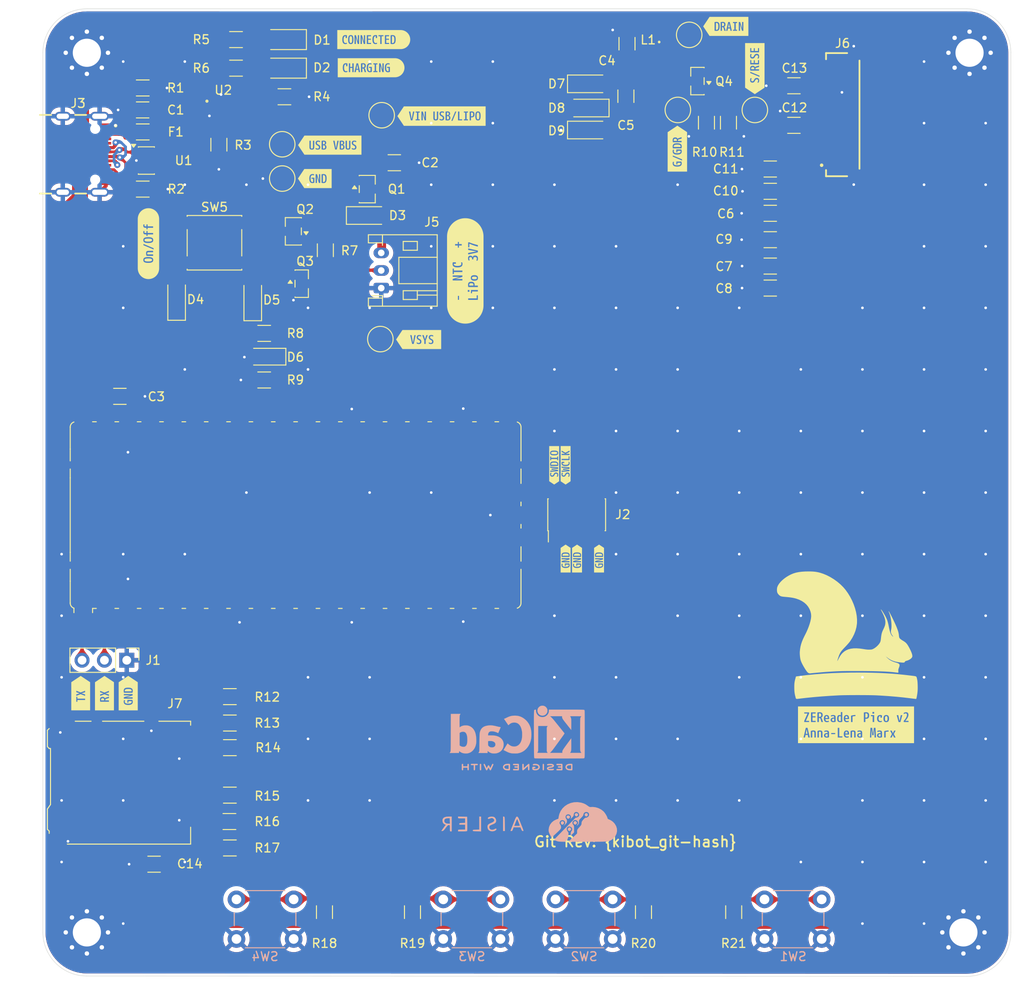
<source format=kicad_pcb>
(kicad_pcb (version 20241229) (generator "pcbnew") (generator_version "9.0")
  (title_block (title "ZEReader-Pico") (date "{kibot_date}") (rev "v2") (company "Anna-Lena Marx") (comment 4 "Git revision: {kibot_git-hash}"))
  (layers (0 "F.Cu" signal) (2 "B.Cu" signal) (13 "F.Paste" user) (15 "B.Paste" user) (5 "F.SilkS" user "F.Silkscreen") (7 "B.SilkS" user "B.Silkscreen") (1 "F.Mask" user) (3 "B.Mask" user) (25 "Edge.Cuts" user))
  (net 0 "")
  (net 1 "/03_ePaper-Driver/VGH")
  (net 2 "/03_ePaper-Driver/VGL")
  (net 3 "Net-(C11-Pad2)")
  (net 4 "/03_ePaper-Driver/RESE")
  (net 5 "/01_MCU/SD_DAT0-DO")
  (net 6 "/03_ePaper-Driver/GDR")
  (net 7 "+3.3V")
  (net 8 "/01_MCU/SD_CLK-SCLK")
  (net 9 "GND")
  (net 10 "/01_MCU/SD_CMD-DI")
  (net 11 "/01_MCU/EPD_BUSY")
  (net 12 "/01_MCU/VSYS")
  (net 13 "/01_MCU/UC_OFF")
  (net 14 "Net-(D2-A)")
  (net 15 "Net-(D2-K)")
  (net 16 "/01_MCU/UC_ON_OFF_INTERRUPT")
  (net 17 "/02a_USB-Battery-Charging/V_USB_LIPO")
  (net 18 "/02a_USB-Battery-Charging/USB_VBUS")
  (net 19 "Net-(D3-K)")
  (net 20 "/01_MCU/EPD_DIN")
  (net 21 "/01_MCU/USB_DP")
  (net 24 "/01_MCU/USB_DN")
  (net 25 "/01_MCU/EPD_SCK")
  (net 26 "/01_MCU/EPD_CS")
  (net 27 "/01_MCU/EPD_DC")
  (net 28 "/01_MCU/EPD_RST")
  (net 29 "/01_MCU/VBUS")
  (net 30 "/01_MCU/SD_DAT3-CD-CS")
  (net 31 "/01_MCU/BTN_4")
  (net 32 "/01_MCU/BTN_3")
  (net 33 "/01_MCU/BTN_2")
  (net 34 "/01_MCU/BTN_1")
  (net 35 "Net-(C8-Pad2)")
  (net 36 "/03_ePaper-Driver/Drain")
  (net 38 "/01_MCU/SD_DAT1")
  (net 42 "Net-(A1-SWDIO)")
  (net 47 "Net-(A1-SWCLK)")
  (net 51 "/01_MCU/SD_DAT2")
  (net 52 "Net-(A1-GPIO0)")
  (net 53 "/01_MCU/SD_DET_B")
  (net 54 "Net-(A1-GPIO1)")
  (net 55 "Net-(D1-K)")
  (net 56 "Net-(U2-ISET)")
  (net 57 "Net-(U2-VSET)")
  (net 58 "Net-(D8-K)")
  (net 59 "Net-(C9-Pad2)")
  (net 60 "Net-(C10-Pad2)")
  (net 61 "Net-(C13-Pad2)")
  (net 62 "Net-(D1-A)")
  (net 63 "Net-(D4-A)")
  (net 64 "Net-(D5-K)")
  (net 65 "Net-(J3-VBUS)")
  (net 67 "Net-(J3-CC1)")
  (net 70 "Net-(J3-CC2)")
  (net 71 "Net-(J5-Pin_2)")
  (net 77 "Net-(Q3-D)")
  (footprint "kibuzzard-6910EC48" (layer "F.Cu") (at 104.7 117.8 90)
    (property "Reference" "kibuzzard-16" (hide yes))
    (property "Value" "G***" (hide yes))
  )
  (footprint "Resistor_SMD:R_1206_3216Metric_Pad1.30x1.75mm_HandSolder" (layer "F.Cu") (at 116.25 124 180)
    (property "Reference" "R14")
    (property "Value" "10k" (hide yes))
  )
  (footprint "LED_SMD:LED_1206_3216Metric_Pad1.42x1.75mm_HandSolder" (layer "F.Cu") (at 122.4875 43.5 180)
    (property "Reference" "D1")
    (property "Value" "LED" (hide yes))
  )
  (footprint "Package_TO_SOT_SMD:SOT-23-6" (layer "F.Cu") (at 106.7625 57.25)
    (property "Reference" "U1")
    (property "Value" "USBLC6-2SC6")
  )
  (footprint "LED_SMD:LED_1206_3216Metric_Pad1.42x1.75mm_HandSolder" (layer "F.Cu") (at 122.4875 46.75 180)
    (property "Reference" "D2")
    (property "Value" "LED" (hide yes))
  )
  (footprint "Resistor_SMD:R_1206_3216Metric_Pad1.30x1.75mm_HandSolder" (layer "F.Cu") (at 116.95 43.5 180)
    (property "Reference" "R5")
    (property "Value" "10k" (hide yes))
  )
  (footprint "kibuzzard-6910F03B" (layer "F.Cu") (at 132.6 43.5)
    (property "Reference" "kibuzzard-5" (hide yes))
    (property "Value" "G***" (hide yes))
  )
  (footprint "Capacitor_SMD:C_1206_3216Metric_Pad1.33x1.80mm_HandSolder" (layer "F.Cu") (at 180.3425 53.25)
    (property "Reference" "C12")
    (property "Value" "10uF, 10V" (hide yes))
  )
  (footprint "Resistor_SMD:R_1206_3216Metric_Pad1.30x1.75mm_HandSolder" (layer "F.Cu") (at 116.2 132.4 180)
    (property "Reference" "R16")
    (property "Value" "10k" (hide yes))
  )
  (footprint "Diode_SMD:D_SOD-123" (layer "F.Cu") (at 156.9765 51.2815 180)
    (property "Reference" "D8")
    (property "Value" "MBR0530" (hide yes))
  )
  (footprint "MountingHole:MountingHole_3.2mm_M3_Pad_Via" (layer "F.Cu") (at 199.602944 145.002944)
    (property "Reference" "H4" (hide yes))
    (property "Value" "MountingHole_Pad" (hide yes))
  )
  (footprint "TestPoint:TestPoint_Pad_D2.5mm" (layer "F.Cu") (at 122.2 55.4 90)
    (property "Reference" "TP1" (hide yes))
    (property "Value" "USB_VBUS" (hide yes))
  )
  (footprint "Capacitor_SMD:C_1206_3216Metric_Pad1.33x1.80mm_HandSolder" (layer "F.Cu") (at 177.655 71.75)
    (property "Reference" "C8")
    (property "Value" "1uF, 50V" (hide yes))
  )
  (footprint "Diode_SMD:D_SOD-123" (layer "F.Cu") (at 118.85 73.1 90)
    (property "Reference" "D5")
    (property "Value" "MBR0530" (hide yes))
  )
  (footprint "TestPoint:TestPoint_Pad_D2.5mm" (layer "F.Cu") (at 175.905 51.5 90)
    (property "Reference" "S/RESE1" (hide yes))
    (property "Value" "BSS138_Source" (hide yes))
  )
  (footprint "Diode_SMD:D_SOD-123" (layer "F.Cu") (at 156.9765 48.5315)
    (property "Reference" "D7")
    (property "Value" "MBR0530" (hide yes))
  )
  (footprint "Connector_Card:microSD_HC_Hirose_DM3AT-SF-PEJM5" (layer "F.Cu") (at 103.905 127.97 -90)
    (property "Reference" "J7")
    (property "Value" "Micro_SD_Card_Det2" (hide yes))
  )
  (footprint "Resistor_SMD:R_1206_3216Metric_Pad1.30x1.75mm_HandSolder" (layer "F.Cu") (at 116.25 129.4 180)
    (property "Reference" "R15")
    (property "Value" "10k" (hide yes))
  )
  (footprint "Capacitor_SMD:C_1206_3216Metric_Pad1.33x1.80mm_HandSolder" (layer "F.Cu") (at 180.3425 48.75)
    (property "Reference" "C13")
    (property "Value" "1uF, 25V" (hide yes))
  )
  (footprint "Resistor_SMD:R_1206_3216Metric_Pad1.30x1.75mm_HandSolder" (layer "F.Cu") (at 120.149999 82.2 180)
    (property "Reference" "R9")
    (property "Value" "10k")
  )
  (footprint "Resistor_SMD:R_1206_3216Metric_Pad1.30x1.75mm_HandSolder" (layer "F.Cu") (at 163.25 142.7 90)
    (property "Reference" "R20")
    (property "Value" "10k" (hide yes))
  )
  (footprint "Capacitor_SMD:C_1206_3216Metric_Pad1.33x1.80mm_HandSolder" (layer "F.Cu") (at 177.655 63.25 180)
    (property "Reference" "C6")
    (property "Value" "1uF, 25V" (hide yes))
  )
  (footprint "Resistor_SMD:R_1206_3216Metric_Pad1.30x1.75mm_HandSolder" (layer "F.Cu") (at 172.905 52.95 90)
    (property "Reference" "R11")
    (property "Value" "0.47" (hide yes))
  )
  (footprint "Resistor_SMD:R_1206_3216Metric_Pad1.30x1.75mm_HandSolder" (layer "F.Cu") (at 116.25 135.4 180)
    (property "Reference" "R17")
    (property "Value" "10k")
  )
  (footprint "Package_TO_SOT_SMD:SOT-23-3" (layer "F.Cu") (at 131.8625 60.5)
    (property "Reference" "Q1")
    (property "Value" "DMG2305UX-7" (hide yes))
  )
  (footprint "Diode_SMD:D_SOD-123" (layer "F.Cu") (at 110.2 73.05 90)
    (property "Reference" "D4")
    (property "Value" "MBR0530" (hide yes))
  )
  (footprint "Capacitor_SMD:C_1206_3216Metric_Pad1.33x1.80mm_HandSolder" (layer "F.Cu") (at 161.3765 43.969 90)
    (property "Reference" "C4")
    (property "Value" "4.7uF" (hide yes))
  )
  (footprint "Resistor_SMD:R_1206_3216Metric_Pad1.30x1.75mm_HandSolder" (layer "F.Cu") (at 127 142.7 -90)
    (property "Reference" "R18")
    (property "Value" "10k" (hide yes))
  )
  (footprint "kibuzzard-6910EB09" (layer "F.Cu") (at 137.7 77.6)
    (property "Reference" "kibuzzard-10" (hide yes))
    (property "Value" "G***" (hide yes))
  )
  (footprint "MountingHole:MountingHole_3.2mm_M3_Pad_Via" (layer "F.Cu") (at 100.002944 145.002944)
    (property "Reference" "H3" (hide yes))
    (property "Value" "MountingHole_Pad" (hide yes))
  )
  (footprint "prj-footprints:GCT_FFC2B28-24-G" (layer "F.Cu") (at 185.893 52.035 90)
    (property "Reference" "J6")
    (property "Value" "FFC2B28-24-G" (hide yes))
  )
  (footprint "Resistor_SMD:R_1206_3216Metric_Pad1.30x1.75mm_HandSolder" (layer "F.Cu") (at 127.1 67.45 -90)
    (property "Reference" "R7")
    (property "Value" "10k" (hide yes))
  )
  (footprint "Button_Switch_SMD:SW_Push_1P1T_NO_E-Switch_TL3301NxxxxxG" (layer "F.Cu") (at 114.5 66.6)
    (property "Reference" "SW5")
    (property "Value" "SW_Push")
  )
  (footprint "MountingHole:MountingHole_3.2mm_M3_Pad_Via" (layer "F.Cu") (at 200.3 45)
    (property "Reference" "H2" (hide yes))
    (property "Value" "MountingHole_Pad" (hide yes))
  )
  (footprint "Resistor_SMD:R_1206_3216Metric_Pad1.30x1.75mm_HandSolder" (layer "F.Cu") (at 137 142.7 -90)
    (property "Reference" "R19")
    (property "Value" "10k" (hide yes))
  )
  (footprint "Resistor_SMD:R_1206_3216Metric_Pad1.30x1.75mm_HandSolder" (layer "F.Cu") (at 173.5 142.7 90)
    (property "Reference" "R21")
    (property "Value" "10k" (hide yes))
  )
  (footprint "Package_TO_SOT_SMD:SOT-23" (layer "F.Cu") (at 124.4125 71.25)
    (property "Reference" "Q3")
    (property "Value" "BSS138" (hide yes))
  )
  (footprint "Diode_SMD:D_SOD-123" (layer "F.Cu") (at 131.85 63.5)
    (property "Reference" "D3")
    (property "Value" "MBR0530" (hide yes))
  )
  (footprint "Capacitor_SMD:C_1206_3216Metric_Pad1.33x1.80mm_HandSolder" (layer "F.Cu") (at 177.655 58.218)
    (property "Reference" "C11")
    (property "Value" "1uF, 10V" (hide yes))
  )
  (footprint "Resistor_SMD:R_1206_3216Metric_Pad1.30x1.75mm_HandSolder" (layer "F.Cu") (at 116.25 121.2 180)
    (property "Reference" "R13")
    (property "Value" "10k" (hide yes))
  )
  (footprint "kibuzzard-6910EAAC" (layer "F.Cu") (at 175.9 46.8 90)
    (property "Reference" "kibuzzard-8" (hide yes))
    (property "Value" "G***" (hide yes))
  )
  (footprint "kibuzzard-6910EC15" (layer "F.Cu") (at 99.3 117.8 90)
    (property "Reference" "kibuzzard-14" (hide yes))
    (property "Value" "G***" (hide yes))
  )
  (footprint "kibuzzard-6910F073" (layer "F.Cu") (at 132.3 46.7)
    (property "Reference" "kibuzzard-4" (hide yes))
    (property "Value" "G***" (hide yes))
  )
  (footprint "Resistor_SMD:R_1206_3216Metric_Pad1.30x1.75mm_HandSolder" (layer "F.Cu") (at 116.25 118.2 180)
    (property "Reference" "R12")
    (property "Value" "10k")
  )
  (footprint "Capacitor_SMD:C_1206_3216Metric_Pad1.33x1.80mm_HandSolder" (layer "F.Cu") (at 134.9375 57.5)
    (property "Reference" "C2")
    (property "Value" "10uF" (hide yes))
  )
  (footprint "kibuzzard-6910EAB5" (layer "F.Cu") (at 172.6 42)
    (property "Reference" "kibuzzard-1" (hide yes))
    (property "Value" "G***" (hide yes))
  )
  (footprint "kibuzzard-6910EACE" (layer "F.Cu") (at 167.1 55.9 90)
    (property "Reference" "kibuzzard-6" (hide yes))
    (property "Value" "G***" (hide yes))
  )
  (footprint "TestPoint:TestPoint_Pad_D2.5mm" (layer "F.Cu") (at 168.4435 42.9615)
    (property "Reference" "DRAIN1" (hide yes))
    (property "Value" "BSS138_Drain" (hide yes))
  )
  (footprint "Resistor_SMD:R_1206_3216Metric_Pad1.30x1.75mm_HandSolder" (layer "F.Cu") (at 106.35 49 180)
    (property "Reference" "R1")
    (property "Value" "5.1k" (hide yes))
  )
  (footprint "TestPoint:TestPoint_Pad_D2.5mm" (layer "F.Cu") (at 167.155 51.5 180)
    (property "Reference" "G/GDR1" (hide yes))
    (property "Value" "BSS138_Gate" (hide yes))
  )
  (footprint "Capacitor_SMD:C_1206_3216Metric_Pad1.33x1.80mm_HandSolder" (layer "F.Cu") (at 177.655 60.75)
    (property "Reference" "C10")
    (property "Value" "1uF, 25V" (hide yes))
  )
  (footprint "Module:RaspberryPi_Pico_SMD" (layer "F.Cu") (at 123.72 97.56 90)
    (property "Reference" "A1" (hide yes))
    (property "Value" "RaspberryPi_Pico")
  )
  (footprint "Resistor_SMD:R_1206_3216Metric_Pad1.30x1.75mm_HandSolder" (layer "F.Cu") (at 116.95 46.75 180)
    (property "Reference" "R6")
    (property "Value" "10k" (hide yes))
  )
  (footprint "kibuzzard-6910F1E0" (layer "F.Cu") (at 125.9 59.3)
    (property "Reference" "kibuzzard-2" (hide yes))
    (property "Value" "G***" (hide yes))
  )
  (footprint "Connector_PinHeader_1.27mm:PinHeader_2x05_P1.27mm_Vertical_SMD" (layer "F.Cu") (at 155.66 97.525 90)
    (property "Reference" "J2")
    (property "Value" "Conn_02x05_Odd_Even")
  )
  (footprint "Package_TO_SOT_SMD:SOT-23" (layer "F.Cu") (at 169.381 48.2185 180)
    (property "Reference" "Q4")
    (property "Value" "BSS138")
  )
  (footprint "kibuzzard-6910EA92" (layer "F.Cu") (at 127.6 55.5)
    (property "Reference" "kibuzzard-3" (hide yes))
    (property "Value" "G***" (hide yes))
  )
  (footprint "kibuzzard-691EE38D" (layer "F.Cu") (at 154.4 91.9 90)
    (property "Reference" "kibuzzard-691EE38D" (hide yes))
    (property "Value" "G***" (hide yes))
  )
  (footprint "Capacitor_SMD:C_1206_3216Metric_Pad1.33x1.80mm_HandSolder" (layer "F.Cu") (at 103.7525 84.06)
    (property "Reference" "C3")
    (property "Value" "10uF")
  )
  (footprint "Resistor_SMD:R_1206_3216Metric_Pad1.30x1.75mm_HandSolder" (layer "F.Cu") (at 122.45 50)
    (property "Reference" "R4")
    (property "Value" "27k, 1%" (hide yes))
  )
  (footprint "kibuzzard-6910ECBF" (layer "F.Cu") (at 187.4 121.4)
    (property "Reference" "kibuzzard-17" (hide yes))
    (property "Value" "G***" (hide yes))
  )
  (footprint "kibuzzard-691EE489" (layer "F.Cu") (at 155.7 102.5 90)
    (property "Reference" "kibuzzard-691EE489" (hide yes))
    (property "Value" "G***" (hide yes))
  )
  (footprint "Connector_JST:JST_PH_S3B-PH-K_1x03_P2.00mm_Horizontal" (layer "F.Cu") (at 133.45 71.75 90)
    (property "Reference" "J5")
    (property "Value" "Conn_01x03_Socket" (hide yes))
  )
  (footprint "prj-footprints:GCT_USB4105-GF-A" (layer "F.Cu") (at 97.267 56.535 -90)
    (property "Reference" "J3")
    (property "Value" "USB4105-GF-A" (hide yes))
  )
  (footprint "kibuzzard-691EE385" (layer "F.Cu") (at 153.1 91.9 90)
    (property "Reference" "kibuzzard-691EE385" (hide yes))
    (property "Value" "G***" (hide yes))
  )
  (footprint "kibuzzard-691EE495" (layer "F.Cu") (at 158.2 102.5 90)
    (property "Reference" "kibuzzard-691EE495" (hide yes))
    (property "Value" "G***" (hide yes))
  )
  (footprint "Capacitor_SMD:C_1206_3216Metric_Pad1.33x1.80mm_HandSolder" (layer "F.Cu") (at 107.6375 137.25 180)
    (property "Reference" "C14")
    (property "Value" "10uF" (hide yes))
  )
  (footprint "prj-footprints:Logo" (layer "F.Cu") (at 186.4 111.2)
    (property "Reference" "G***" (hide yes))
    (property "Value" "LOGO" (hide yes))
  )
  (footprint "Capacitor_SMD:C_1206_3216Metric_Pad1.33x1.80mm_HandSolder" (layer "F.Cu") (at 161.25 49.9375 -90)
    (property "Reference" "C5")
    (property "Value" "4.7uF" (hide yes))
  )
  (footprint "TestPoint:TestPoint_Pad_D2.5mm" (layer "F.Cu") (at 133.5 52.1 90)
    (property "Reference" "TP2" (hide yes))
    (property "Value" "V_USB_LIPO" (hide yes))
  )
  (footprint "prj-footprints:IND_IFSC_1515AH_VIS-L" (layer "F.Cu") (at 165.0315 46.7742 -90)
    (property "Reference" "L1")
    (property "Value" "10uH" (hide yes))
  )
  (footprint "Resistor_SMD:R_1206_3216Metric_Pad1.30x1.75mm_HandSolder" (layer "F.Cu") (at 115 55.45 -90)
    (property "Reference" "R3")
    (property "Value" "604, 1%" (hide yes))
  )
  (footprint "prj-footprints:WSON8_BQ2517_TEX" (layer "F.Cu") (at 115.5491 51.250063)
    (property "Reference" "U2")
    (property "Value" "BQ25170JDSGR" (hide yes))
  )
  (footprint "kibuzzard-6910EA89" (layer "F.Cu") (at 140.3 52.2)
    (property "Reference" "kibuzzard-7" (hide yes))
    (property "Value" "G***" (hide yes))
  )
  (footprint "Connector_PinHeader_2.54mm:PinHeader_1x03_P2.54mm_Vertical" (layer "F.Cu") (at 104.535 114.06 -90)
    (property "Reference" "J1")
    (property "Value" "UART" (hide yes))
  )
  (footprint "Capacitor_SMD:C_1206_3216Metric_Pad1.33x1.80mm_HandSolder" (layer "F.Cu") (at 106.3375 51.497 180)
    (property "Reference" "C1")
    (property "Value" "10uF" (hide yes))
  )
  (footprint "TestPoint:TestPoint_Pad_D2.5mm" (layer "F.Cu") (at 122.2 59.3)
    (property "Reference" "TP_GND1" (hide yes))
    (property "Value" "~" (hide yes))
  )
  (footprint "MountingHole:MountingHole_3.2mm_M3_Pad_Via" (layer "F.Cu") (at 100 45)
    (property "Reference" "H1" (hide yes))
    (property "Value" "MountingHole_Pad" (hide yes))
  )
  (footprint "Capacitor_SMD:C_1206_3216Metric_Pad1.33x1.80mm_HandSolder" (layer "F.Cu") (at 177.655 66.25)
    (property "Reference" "C9")
    (property "Value" "1uF, 25V" (hide yes))
  )
  (footprint "Resistor_SMD:R_1206_3216Metric_Pad1.30x1.75mm_HandSolder" (layer "F.Cu") (at 120.149999 76.9 180)
    (property "Reference" "R8")
    (property "Value" "1k" (hide yes))
  )
  (footprint "Diode_SMD:D_SOD-123" (layer "F.Cu") (at 156.9765 53.7815)
    (property "Reference" "D9")
    (property "Value" "MBR0530" (hide yes))
  )
  (footprint "Resistor_SMD:R_1206_3216Metric_Pad1.30x1.75mm_HandSolder" (layer "F.Cu") (at 106.35 54)
    (property "Reference" "F1")
    (property "Value" "Polyfuse" (hide yes))
  )
  (footprint "Capacitor_SMD:C_1206_3216Metric_Pad1.33x1.80mm_HandSolder" (layer "F.Cu") (at 177.655 69.25 180)
    (property "Reference" "C7")
    (property "Value" "1uF, 25V" (hide yes))
  )
  (footprint "Resistor_SMD:R_1206_3216Metric_Pad1.30x1.75mm_HandSolder" (layer "F.Cu") (at 170.405 52.95 -90)
    (property "Reference" "R10")
    (property "Value" "10k" (hide yes))
  )
  (footprint "Package_TO_SOT_SMD:SOT-23-3" (layer "F.Cu") (at 123.4625 65.3 180)
    (property "Reference" "Q2")
    (property "Value" "DMG2305UX-7" (hide yes))
  )
  (footprint "kibuzzard-6910EC3B" (layer "F.Cu") (at 102 117.8 90)
    (property "Reference" "kibuzzard-15" (hide yes))
    (property "Value" "G***" (hide yes))
  )
  (footprint "kibuzzard-691E5833" (layer "F.Cu") (at 107 66.7 90)
    (property "Reference" "kibuzzard-691E5833" (hide yes))
    (property "Value" "G***" (hide yes))
  )
  (footprint "Resistor_SMD:R_1206_3216Metric_Pad1.30x1.75mm_HandSolder" (layer "F.Cu") (at 106.35 60.5)
    (property "Reference" "R2")
    (property "Value" "5.1k" (hide yes))
  )
  (footprint "kibuzzard-691EE480" (layer "F.Cu") (at 154.4 102.5 90)
    (property "Reference" "kibuzzard-691EE480" (hide yes))
    (property "Value" "G***" (hide yes))
  )
  (footprint "Diode_SMD:Nexperia_CFP3_SOD-123W" (layer "F.Cu") (at 120.35 79.55 180)
    (property "Reference" "D6")
    (property "Value" "Zener 3V3")
  )
  (footprint "TestPoint:TestPoint_Pad_D2.5mm" (layer "F.Cu") (at 133.35 77.55)
    (property "Reference" "TP3" (hide yes))
    (property "Value" "VSYS" (hide yes))
  )
  (footprint "kibuzzard-691E57BD" (layer "F.Cu") (at 143 69.8 90)
    (property "Reference" "kibuzzard-691E57BD" (hide yes))
    (property "Value" "G***" (hide yes))
  )
  (footprint "Button_Switch_THT:SW_PUSH_6mm" (layer "B.Cu") (at 140.5 145.75)
    (property "Reference" "SW3")
    (property "Value" "SW_Push" (hide yes))
  )
  (footprint "prj-footprints:Logo-small-mirrored" (layer "B.Cu") (at 109.5 144.25 180)
    (property "Reference" "G***" (hide yes))
    (property "Value" "LOGO" (hide yes))
  )
  (footprint "Button_Switch_THT:SW_PUSH_6mm" (layer "B.Cu") (at 177 145.75)
    (property "Reference" "SW1")
    (property "Value" "SW_Push" (hide yes))
  )
  (footprint "Button_Switch_THT:SW_PUSH_6mm" (layer "B.Cu") (at 117 145.75)
    (property "Reference" "SW4")
    (property "Value" "SW_Push" (hide yes))
  )
  (footprint "prj-footprints:Aisler" (layer "B.Cu") (at 150.250487 132.465848 180)
    (property "Reference" "G***" (hide yes))
    (property "Value" "LOGO" (hide yes))
  )
  (footprint "prj-footprints:Logo-small" (layer "B.Cu") (at 191.25 144.25 180)
    (property "Reference" "G***" (hide yes))
    (property "Value" "LOGO" (hide yes))
  )
  (footprint "Button_Switch_THT:SW_PUSH_6mm" (layer "B.Cu") (at 153.25 145.75)
    (property "Reference" "SW2")
    (property "Value" "SW_Push" (hide yes))
  )
  (footprint "Symbol:KiCad-Logo2_6mm_SilkScreen" (layer "B.Cu") (at 148.907487 122.204848 180)
    (property "Reference" "REF**" (hide yes))
    (property "Value" "KiCad-Logo2_6mm_SilkScreen" (hide yes))
  )
  (gr_line (start 95 45) (end 95 144.964466) (stroke (width 0.05)) (layer "Edge.Cuts"))
  (gr_line (start 100 40) (end 200 40) (stroke (width 0.05)) (layer "Edge.Cuts"))
  (gr_arc (start 95 45) (mid 96.464466 41.464466) (end 100 40) (stroke (width 0.05)) (layer "Edge.Cuts"))
  (gr_line (start 205 145) (end 205 45) (stroke (width 0.05)) (layer "Edge.Cuts"))
  (gr_arc (start 100 149.964466) (mid 96.464443 148.500004) (end 95 144.964466) (stroke (width 0.05)) (layer "Edge.Cuts"))
  (gr_arc (start 200 40) (mid 203.535534 41.464466) (end 205 45) (stroke (width 0.05)) (layer "Edge.Cuts"))
  (gr_line (start 100 149.964466) (end 199.999992 150.004609) (stroke (width 0.05)) (layer "Edge.Cuts"))
  (gr_arc (start 205 145) (mid 203.535534 148.535534) (end 200 150) (stroke (width 0.05)) (layer "Edge.Cuts"))
  (gr_text "Git Rev: {kibot_git-hash}" (at 150.7 135.4 0) (layer "F.SilkS") (effects (font (size 1.2 1.2) (thickness 0.2) (bold yes)) (justify left bottom)))
  (segment (start 157.25 54.65) (end 167.3175 64.7175) (width 0.4) (layer "F.Cu") (net 1))
  (segment (start 180.35 63.25) (end 179.2175 63.25) (width 0.4) (layer "F.Cu") (net 1))
  (segment (start 181.25 62.35) (end 180.35 63.25) (width 0.4) (layer "F.Cu") (net 1))
  (segment (start 182.115 56.285) (end 181.25 57.15) (width 0.4) (layer "F.Cu") (net 1))
  (segment (start 167.3175 64.7175) (end 179.2175 64.7175) (width 0.4) (layer "F.Cu") (net 1))
  (segment (start 155.3265 48.760732) (end 157.25 50.684232) (width 0.4) (layer "F.Cu") (net 1))
  (segment (start 179.2175 64.7175) (end 179.2175 63.25) (width 0.4) (layer "F.Cu") (net 1))
  (segment (start 184.643 56.285) (end 182.115 56.285) (width 0.4) (layer "F.Cu") (net 1))
  (segment (start 157.25 50.684232) (end 157.25 54.65) (width 0.4) (layer "F.Cu") (net 1))
  (segment (start 181.25 57.15) (end 181.25 62.35) (width 0.4) (layer "F.Cu") (net 1))
  (segment (start 155.3265 48.5315) (end 155.3265 48.760732) (width 0.4) (layer "F.Cu") (net 1))
  (segment (start 156.0315 51.2815) (end 156.5 51.75) (width 0.4) (layer "F.Cu") (net 2))
  (segment (start 182.7 57.736174) (end 182.706 57.742174) (width 0.4) (layer "F.Cu") (net 2))
  (segment (start 182.7 57.7) (end 182.7 57.736174) (width 0.4) (layer "F.Cu") (net 2))
  (segment (start 156.5 55) (end 169.449 67.949) (width 0.4) (layer "F.Cu") (net 2))
  (segment (start 182.706 57.742174) (end 182.706 66.894) (width 0.4) (layer "F.Cu") (net 2))
  (segment (start 155.3265 51.2815) (end 156.0315 51.2815) (width 0.4) (layer "F.Cu") (net 2))
  (segment (start 156.5 51.75) (end 156.5 55) (width 0.4) (layer "F.Cu") (net 2))
  (segment (start 180.35 69.25) (end 179.2175 69.25) (width 0.4) (layer "F.Cu") (net 2))
  (segment (start 182.706 66.894) (end 180.35 69.25) (width 0.4) (layer "F.Cu") (net 2))
  (segment (start 184.643 57.285) (end 183.115 57.285) (width 0.4) (layer "F.Cu") (net 2))
  (segment (start 179.2175 67.949) (end 179.2175 69.25) (width 0.4) (layer "F.Cu") (net 2))
  (segment (start 169.449 67.949) (end 179.2175 67.949) (width 0.4) (layer "F.Cu") (net 2))
  (segment (start 183.115 57.285) (end 182.7 57.7) (width 0.4) (layer "F.Cu") (net 2))
  (segment (start 179.2175 58.218) (end 179.2175 56.9825) (width 0.3) (layer "F.Cu") (net 3))
  (segment (start 179.2175 56.9825) (end 181.415 54.785) (width 0.3) (layer "F.Cu") (net 3))
  (segment (start 181.415 54.785) (end 184.643 54.785) (width 0.3) (layer "F.Cu") (net 3))
  (segment (start 172.905 51.4) (end 172.905 47.285) (width 0.3) (layer "F.Cu") (net 4))
  (segment (start 184.6265 47.2685) (end 184.643 47.285) (width 0.3) (layer "F.Cu") (net 4))
  (segment (start 172.905 51.4) (end 175.555 51.4) (width 0.3) (layer "F.Cu") (net 4))
  (segment (start 170.3185 47.2685) (end 184.6265 47.2685) (width 0.3) (layer "F.Cu") (net 4))
  (segment (start 123.85 110.6) (end 121.05 110.6) (width 0.3) (layer "F.Cu") (net 5))
  (segment (start 111.63 124.145) (end 112.71719 124.145) (width 0.3) (layer "F.Cu") (net 5))
  (segment (start 113.6 121.25) (end 114.65 121.25) (width 0.3) (layer "F.Cu") (net 5))
  (segment (start 121.05 110.6) (end 116 115.65) (width 0.3) (layer "F.Cu") (net 5))
  (segment (start 116 120.575) (end 115.575 121) (width 0.3) (layer "F.Cu") (net 5))
  (segment (start 124.99 109.46) (end 123.85 110.6) (width 0.3) (layer "F.Cu") (net 5))
  (segment (start 114.65 121.25) (end 114.7 121.2) (width 0.3) (layer "F.Cu") (net 5))
  (segment (start 113.2 123.66219) (end 113.2 121.65) (width 0.3) (layer "F.Cu") (net 5))
  (segment (start 112.71719 124.145) (end 113.2 123.66219) (width 0.3) (layer "F.Cu") (net 5))
  (segment (start 115.575 121) (end 114.9 121) (width 0.3) (layer "F.Cu") (net 5))
  (segment (start 113.2 121.65) (end 113.6 121.25) (width 0.3) (layer "F.Cu") (net 5))
  (segment (start 116 115.65) (end 116 120.575) (width 0.3) (layer "F.Cu") (net 5))
  (segment (start 114.9 121) (end 114.7 121.2) (width 0.3) (layer "F.Cu") (net 5))
  (segment (start 124.99 107.25) (end 124.99 109.46) (width 0.3) (layer "F.Cu") (net 5))
  (segment (start 167.255 51.4) (end 167.155 51.5) (width 1) (layer "F.Cu") (net 6))
  (segment (start 170 45.5) (end 182.5 45.5) (width 0.3) (layer "F.Cu") (net 6))
  (segment (start 170.3185 48.714032) (end 169.204468 47.6) (width 0.3) (layer "F.Cu") (net 6))
  (segment (start 170.3185 49.1685) (end 170.3185 48.714032) (width 0.3) (layer "F.Cu") (net 6))
  (segment (start 170.405 51.4) (end 167.255 51.4) (width 1) (layer "F.Cu") (net 6))
  (segment (start 169.2 47.6) (end 169.2 46.3) (width 0.3) (layer "F.Cu") (net 6))
  (segment (start 169.2 46.3) (end 170 45.5) (width 0.3) (layer "F.Cu") (net 6))
  (segment (start 183.244 46.244) (end 183.25 46.244) (width 0.3) (layer "F.Cu") (net 6))
  (segment (start 170.3185 49.1685) (end 170.3185 51.3135) (width 1) (layer "F.Cu") (net 6))
  (segment (start 183.25 46.244) (end 183.791 46.785) (width 0.3) (layer "F.Cu") (net 6))
  (segment (start 169.204468 47.6) (end 169.2 47.6) (width 0.3) (layer "F.Cu") (net 6))
  (segment (start 170.3185 51.3135) (end 170.405 51.4) (width 1) (layer "F.Cu") (net 6))
  (segment (start 182.5 45.5) (end 183.244 46.244) (width 0.3) (layer "F.Cu") (net 6))
  (segment (start 183.791 46.785) (end 184.643 46.785) (width 0.3) (layer "F.Cu") (net 6))
  (segment (start 163.099 144.099) (end 137.151 144.099) (width 1) (layer "F.Cu") (net 7))
  (segment (start 158 50) (end 157 49) (width 0.4) (layer "F.Cu") (net 7))
  (segment (start 126.75 144) (end 110.65 144) (width 1) (layer "F.Cu") (net 7))
  (segment (start 117.75 129.45) (end 117.8 129.4) (width 1) (layer "F.Cu") (net 7))
  (segment (start 117.8 132.45) (end 117.75 132.4) (width 1) (layer "F.Cu") (net 7))
  (segment (start 161.0461 45.5169) (end 161.0315 45.5315) (width 0.4) (layer "F.Cu") (net 7))
  (segment (start 186.75 137) (end 186.75 142.75) (width 1) (layer "F.Cu") (net 7))
  (segment (start 126.241 90.1) (end 126.241 85.384) (width 0.6) (layer "F.Cu") (net 7))
  (segment (start 151.25 45.5) (end 161 45.5) (width 1) (layer "F.Cu") (net 7))
  (segment (start 137 144.25) (end 127 144.25) (width 1) (layer "F.Cu") (net 7))
  (segment (start 126.2 90.141) (end 126.2 102.675) (width 1) (layer "F.Cu") (net 7))
  (segment (start 109.1 128.823) (end 110.478 127.445) (width 1) (layer "F.Cu") (net 7))
  (segment (start 163.5 54.5) (end 163.5 50.75) (width 0.4) (layer "F.Cu") (net 7))
  (segment (start 157 45.5169) (end 165.0315 45.5169) (width 0.4) (layer "F.Cu") (net 7))
  (segment (start 182.44 53.785) (end 181.905 53.25) (width 0.4) (layer "F.Cu") (net 7))
  (segment (start 181.94 53.285) (end 181.905 53.25) (width 0.4) (layer "F.Cu") (net 7))
  (segment (start 181.905 53.25) (end 180.875 53.25) (width 0.4) (layer "F.Cu") (net 7))
  (segment (start 117.8 135.4) (end 117.8 132.45) (width 1) (layer "F.Cu") (net 7))
  (segment (start 152.56 102.81) (end 186.75 137) (width 1) (layer "F.Cu") (net 7))
  (segment (start 110.65 144) (end 109.1 142.45) (width 1) (layer "F.Cu") (net 7))
  (segment (start 184.643 53.785) (end 182.44 53.785) (width 0.4) (layer "F.Cu") (net 7))
  (segment (start 178.125 56) (end 165 56) (width 0.4) (layer "F.Cu") (net 7))
  (segment (start 126.241 90.1) (end 126.2 90.141) (width 1) (layer "F.Cu") (net 7))
  (segment (start 127.85 82) (end 147.85 82) (width 1) (layer "F.Cu") (net 7))
  (segment (start 109.75 95.495) (end 117.065 102.81) (width 1) (layer "F.Cu") (net 7))
  (segment (start 117.065 102.81) (end 152.56 102.81) (width 1) (layer "F.Cu") (net 7))
  (segment (start 109.75 87.87) (end 109.75 95.495) (width 1) (layer "F.Cu") (net 7))
  (segment (start 126.241 83.609) (end 127.85 82) (width 1) (layer "F.Cu") (net 7))
  (segment (start 173.5 144.25) (end 163.25 144.25) (width 1) (layer "F.Cu") (net 7))
  (segment (start 117.8 127.445) (end 117.8 124.95) (width 1) (layer "F.Cu") (net 7))
  (segment (start 163.25 144.25) (end 163.099 144.099) (width 1) (layer "F.Cu") (net 7))
  (segment (start 173.651 144.099) (end 173.5 144.25) (width 1) (layer "F.Cu") (net 7))
  (segment (start 117.75 132.4) (end 117.75 129.45) (width 1) (layer "F.Cu") (net 7))
  (segment (start 165.0169 45.5315) (end 165.0315 45.5169) (width 1) (layer "F.Cu") (net 7))
  (segment (start 137.151 144.099) (end 137 144.25) (width 1) (layer "F.Cu") (net 7))
  (segment (start 117.8 124.95) (end 117.8 124) (width 1) (layer "F.Cu") (net 7))
  (segment (start 184.643 53.285) (end 181.94 53.285) (width 0.4) (layer "F.Cu") (net 7))
  (segment (start 157 49) (end 157 45.5169) (width 0.4) (layer "F.Cu") (net 7))
  (segment (start 117.8 121.2) (end 117.8 118.2) (width 1) (layer "F.Cu") (net 7))
  (segment (start 109.1 142.45) (end 109.1 128.823) (width 1) (layer "F.Cu") (net 7))
  (segment (start 110.478 127.445) (end 111.63 127.445) (width 1) (layer "F.Cu") (net 7))
  (segment (start 126.241 85.384) (end 126.241 83.609) (width 1) (layer "F.Cu") (net 7))
  (segment (start 147.85 82) (end 149.5 80.35) (width 1) (layer "F.Cu") (net 7))
  (segment (start 161 45.5) (end 161.0315 45.5315) (width 1) (layer "F.Cu") (net 7))
  (segment (start 161.0315 45.5315) (end 165.0169 45.5315) (width 1) (layer "F.Cu") (net 7))
  (segment (start 127 144.25) (end 126.75 144) (width 1) (layer "F.Cu") (net 7))
  (segment (start 162.75 50) (end 158 50) (width 0.4) (layer "F.Cu") (net 7))
  (segment (start 165 56) (end 163.5 54.5) (width 0.4) (layer "F.Cu") (net 7))
  (segment (start 149.5 47.25) (end 151.25 45.5) (width 1) (layer "F.Cu") (net 7))
  (segment (start 186.75 142.75) (end 185.401 144.099) (width 1) (layer "F.Cu") (net 7))
  (segment (start 149.5 80.35) (end 149.5 47.25) (width 1) (layer "F.Cu") (net 7))
  (segment (start 180.875 53.25) (end 178.125 56) (width 0.4) (layer "F.Cu") (net 7))
  (segment (start 163.5 50.75) (end 162.75 50) (width 0.4) (layer "F.Cu") (net 7))
  (segment (start 185.401 144.099) (end 173.651 144.099) (width 1) (layer "F.Cu") (net 7))
  (segment (start 117.8 129.4) (end 117.8 124.95) (width 1) (layer "F.Cu") (net 7))
  (segment (start 111.63 127.445) (end 117.8 127.445) (width 1) (layer "F.Cu") (net 7))
  (segment (start 117.8 124) (end 117.8 121.2) (width 1) (layer "F.Cu") (net 7))
  (segment (start 113.35 124.35) (end 113.7 124) (width 0.3) (layer "F.Cu") (net 8))
  (segment (start 112.905 126.345) (end 113.35 125.9) (width 0.3) (layer "F.Cu") (net 8))
  (segment (start 132.61 110.44) (end 131.55 111.5) (width 0.3) (layer "F.Cu") (net 8))
  (segment (start 111.63 126.345) (end 112.905 126.345) (width 0.3) (layer "F.Cu") (net 8))
  (segment (start 116.6 123.15) (end 115.75 124) (width 0.3) (layer "F.Cu") (net 8))
  (segment (start 132.61 107.25) (end 132.61 110.44) (width 0.3) (layer "F.Cu") (net 8))
  (segment (start 131.55 111.5) (end 121.45 111.5) (width 0.3) (layer "F.Cu") (net 8))
  (segment (start 121.45 111.5) (end 116.6 116.35) (width 0.3) (layer "F.Cu") (net 8))
  (segment (start 113.35 125.9) (end 113.35 124.35) (width 0.3) (layer "F.Cu") (net 8))
  (segment (start 116.6 116.35) (end 116.6 123.15) (width 0.3) (layer "F.Cu") (net 8))
  (segment (start 115.75 124) (end 114.7 124) (width 0.3) (layer "F.Cu") (net 8))
  (segment (start 113.7 124) (end 114.7 124) (width 0.3) (layer "F.Cu") (net 8))
  (segment (start 187.143 58.735) (end 187.143 59.988) (width 0.4) (layer "F.Cu") (net 9))
  (segment (start 130.07 107.25) (end 130.07 109.72) (width 0.4) (layer "F.Cu") (net 9))
  (segment (start 117.95 79.55) (end 117.9 79.6) (width 0.4) (layer "F.Cu") (net 9))
  (segment (start 115 57) (end 115 58.25) (width 0.4) (layer "F.Cu") (net 9))
  (segment (start 96.98 122.27) (end 96.98 121.145) (width 0.4) (layer "F.Cu") (net 9))
  (segment (start 185.715 54.285) (end 185.75 54.25) (width 0.25) (layer "F.Cu") (net 9))
  (segment (start 174.5 60.75) (end 174.405 60.75) (width 0.4) (layer "F.Cu") (net 9))
  (segment (start 107.9 49) (end 109.1 49) (width 0.4) (layer "F.Cu") (net 9))
  (segment (start 176.0925 69.25) (end 174.45 69.25) (width 0.4) (layer "F.Cu") (net 9))
  (segment (start 176.0925 66.25) (end 174.405 66.25) (width 0.4) (layer "F.Cu") (net 9))
  (segment (start 176.0925 60.75) (end 174.5 60.75) (width 0.4) (layer "F.Cu") (net 9))
  (segment (start 146.469 97.56) (end 146.469 100.969) (width 0.4) (layer "F.Cu") (net 9))
  (segment (start 176.0925 63.25) (end 174.405 63.25) (width 0.4) (layer "F.Cu") (net 9))
  (segment (start 114.100748 52.000252) (end 114.5482 52.000252) (width 0.4) (layer "F.Cu") (net 9))
  (segment (start 118.95 79.55) (end 117.95 79.55) (width 0.4) (layer "F.Cu") (net 9))
  (segment (start 97.855 134.645) (end 96.53 134.645) (width 0.4) (layer "F.Cu") (net 9))
  (segment (start 176.0925 58.218) (end 174.437 58.218) (width 0.4) (layer "F.Cu") (net 9))
  (segment (start 103.165 53.335) (end 103.25 53.25) (width 0.4) (layer "F.Cu") (net 9))
  (segment (start 105.315 84.06) (end 106.6 84.06) (width 0.25) (layer "F.Cu") (net 9))
  (segment (start 154.4 99.485) (end 154.39 99.475) (width 0.4) (layer "F.Cu") (net 9))
  (segment (start 174.45 69.25) (end 174.405 69.25) (width 0.4) (layer "F.Cu") (net 9))
  (segment (start 178.78 48.75) (end 177.2 48.75) (width 0.4) (layer "F.Cu") (net 9))
  (segment (start 130.07 109.72) (end 130.1 109.75) (width 0.4) (layer "F.Cu") (net 9))
  (segment (start 155.7 99.640001) (end 155.66 99.600001) (width 0.4) (layer "F.Cu") (net 9))
  (segment (start 115.5491 51.250063) (end 115.5491 50.0491) (width 0.4) (layer "F.Cu") (net 9))
  (segment (start 184.643 49.785) (end 185.519 49.785) (width 0.25) (layer "F.Cu") (net 9))
  (segment (start 174.437 58.218) (end 174.405 58.25) (width 0.4) (layer "F.Cu") (net 9))
  (segment (start 185.519 49.785) (end 185.519 49.781) (width 0.25) (layer "F.Cu") (net 9))
  (segment (start 170.405 54.5) (end 168.405 54.5) (width 1) (layer "F.Cu") (net 9))
  (segment (start 103.553 51.497) (end 103.55 51.5) (width 0.4) (layer "F.Cu") (net 9))
  (segment (start 106.075 137.25) (end 104.8 137.25) (width 0.4) (layer "F.Cu") (net 9))
  (segment (start 159.75 42.4065) (end 161.0315 42.4065) (width 0.4) (layer "F.Cu") (net 9))
  (segment (start 115.5491 50.0491) (end 115.25 49.75) (width 0.4) (layer "F.Cu") (net 9))
  (segment (start 174.45 71.75) (end 174.405 71.75) (width 0.4) (layer "F.Cu") (net 9))
  (segment (start 102.167 53.335) (end 103.165 53.335) (width 0.4) (layer "F.Cu") (net 9))
  (segment (start 102.167 59.735) (end 102.167 60.135) (width 0.4) (layer "F.Cu") (net 9))
  (segment (start 102.167 60.135) (end 101.447 60.855) (width 0.4) (layer "F.Cu") (net 9))
  (segment (start 130.07 87.87) (end 130.07 85.53) (width 0.4) (layer "F.Cu") (net 9))
  (segment (start 104.67 90.415) (end 104.67 87.87) (width 0.25) (layer "F.Cu") (net 9))
  (segment (start 155.6 101.4) (end 158.1 101.4) (width 0.4) (layer "F.Cu") (net 9))
  (segment (start 104.67 104.82) (end 104.67 107.25) (width 0.4) (layer "F.Cu") (net 9))
  (segment (start 155.3265 53.7815) (end 153.8765 53.7815) (width 0.4) (layer "F.Cu") (net 9))
  (segment (start 154.4 101.4) (end 154.4 99.485) (width 0.4) (layer "F.Cu") (net 9))
  (segment (start 111.63 125.245) (end 110.505 125.245) (width 0.4) (layer "F.Cu") (net 9))
  (segment (start 177.2 48.75) (end 177.155 48.75) (width 0.4) (layer "F.Cu") (net 9))
  (segment (start 158.2 101.3) (end 158.2 99.6) (width 0.4) (layer "F.Cu") (net 9))
  (segment (start 187.143 44.25) (end 187.143 45.335) (width 0.4) (layer "F.Cu") (net 9))
  (segment (start 107.33 122.08) (end 107.33 121.145) (width 0.4) (layer "F.Cu") (net 9))
  (segment (start 117.37 107.25) (end 117.37 109.73) (width 0.4) (layer "F.Cu") (net 9))
  (segment (start 155.7 101.3) (end 155.7 99.640001) (width 0.4) (layer "F.Cu") (net 9))
  (segment (start 107.9 60.5) (end 109.2 60.5) (width 0.4) (layer "F.Cu") (net 9))
  (segment (start 153.717 101.4) (end 155.6 101.4) (width 0.4) (layer "F.Cu") (net 9))
  (segment (start 146.469 100.969) (end 146.9 101.4) (width 0.4) (layer "F.Cu") (net 9))
  (segment (start 142.77 109.67) (end 142.77 107.25) (width 0.4) (layer "F.Cu") (net 9))
  (segment (start 147.62 97.56) (end 145.85 97.56) (width 0.4) (layer "F.Cu") (net 9))
  (segment (start 113.9255 52.1755) (end 114.100748 52.000252) (width 0.4) (layer "F.Cu") (net 9))
  (segment (start 147.62 97.56) (end 146.469 97.56) (width 0.4) (layer "F.Cu") (net 9))
  (segment (start 153.717 101.4) (end 154.4 101.4) (width 0.4) (layer "F.Cu") (net 9))
  (segment (start 122.2 59.3) (end 120 59.3) (width 0.4) (layer "F.Cu") (net 9))
  (segment (start 142.77 87.87) (end 142.77 85.455) (width 0.4) (layer "F.Cu") (net 9))
  (segment (start 185.519 49.781) (end 185.8 49.5) (width 0.25) (layer "F.Cu") (net 9))
  (segment (start 110.545 132.295) (end 110.5 132.25) (width 0.4) (layer "F.Cu") (net 9))
  (segment (start 155.6 101.4) (end 155.7 101.3) (width 0.4) (layer "F.Cu") (net 9))
  (segment (start 124 50) (end 125.25 50) (width 0.4) (layer "F.Cu") (net 9))
  (segment (start 184.643 54.285) (end 185.715 54.285) (width 0.25) (layer "F.Cu") (net 9))
  (segment (start 176.0925 71.75) (end 174.45 71.75) (width 0.4) (layer "F.Cu") (net 9))
  (segment (start 110.505 125.245) (end 110.5 125.25) (width 0.4) (layer "F.Cu") (net 9))
  (segment (start 137.75 57.5) (end 136.5 57.5) (width 0.4) (layer "F.Cu") (net 9))
  (segment (start 158.1 101.4) (end 158.2 101.3) (width 0.4) (layer "F.Cu") (net 9))
  (segment (start 123.475 73.125) (end 123.475 72.2) (width 0.4) (layer "F.Cu") (net 9))
  (segment (start 104.535 107.385) (end 104.67 107.25) (width 0.4) (layer "F.Cu") (net 9))
  (segment (start 187.143 59.988) (end 187.155 60) (width 0.4) (layer "F.Cu") (net 9))
  (segment (start 118.599998 82.2) (end 117.5 82.2) (width 0.4) (layer "F.Cu") (net 9))
  (segment (start 146.9 101.4) (end 153.717 101.4) (width 0.4) (layer "F.Cu") (net 9))
  (segment (start 111.63 132.295) (end 110.545 132.295) (width 0.4) (layer "F.Cu") (net 9))
  (segment (start 117.37 109.73) (end 117.35 109.75) (width 0.4) (layer "F.Cu") (net 9))
  (segment (start 178.78 51.625) (end 178.78 53.25) (width 0.4) (layer "F.Cu") (net 9))
  (segment (start 130.07 85.53) (end 130.1 85.5) (width 0.4) (layer "F.Cu") (net 9))
  (segment (start 104.775 51.497) (end 103.553 51.497) (width 0.4) (layer "F.Cu") (net 9))
  (segment (start 104.535 114.06) (end 104.535 107.385) (width 0.4) (layer "F.Cu") (net 9))
  (segment (start 172.905 54.5) (end 174.655 54.5) (width 0.4) (layer "F.Cu") (net 9))
  (via (at 188.13 74) (size 0.7) (drill 0.3) (layers "F.Cu" "B.Cu") (net 9))
  (via (at 187.143 44.25) (size 0.7) (drill 0.3) (layers "F.Cu" "B.Cu") (net 9))
  (via (at 109.2 60.5) (size 0.7) (drill 0.3) (layers "F.Cu" "B.Cu") (net 9))
  (via (at 168.405 54.5) (size 0.7) (drill 0.3) (layers "F.Cu" "B.Cu") (net 9))
  (via (at 104.13 144) (size 0.7) (drill 0.3) (layers "F.Cu" "B.Cu") (net 9))
  (via (at 97.13 102) (size 0.7) (drill 0.3) (layers "F.Cu" "B.Cu") (net 9))
  (via (at 174.437 58.218) (size 0.7) (drill 0.3) (layers "F.Cu" "B.Cu") (net 9))
  (via (at 195.13 144) (size 0.7) (drill 0.3) (layers "F.Cu" "B.Cu") (net 9))
  (via (at 202.13 130) (size 0.7) (drill 0.3) (layers "F.Cu" "B.Cu") (net 9))
  (via (at 187.143 59.988) (size 0.7) (drill 0.3) (layers "F.Cu" "B.Cu") (net 9))
  (via (at 139.13 67) (size 0.7) (drill 0.3) (layers "F.Cu" "B.Cu") (net 9))
  (via (at 160.13 81) (size 0.7) (drill 0.3) (layers "F.Cu" "B.Cu") (net 9))
  (via (at 202.13 137) (size 0.7) (drill 0.3) (layers "F.Cu" "B.Cu") (net 9))
  (via (at 153.13 81) (size 0.7) (drill 0.3) (layers "F.Cu" "B.Cu") (net 9))
  (via (at 104.67 90.415) (size 0.7) (drill 0.3) (layers "F.Cu" "B.Cu") (net 9))
  (via (at 160.13 67) (size 0.7) (drill 0.3) (layers "F.Cu" "B.Cu") (net 9))
  (via (at 117.5 82.2) (size 0.7) (drill 0.3) (layers "F.Cu" "B.Cu") (net 9))
  (via (at 174.655 54.5) (size 0.7) (drill 0.3) (layers "F.Cu" "B.Cu") (net 9))
  (via (at 188.13 88) (size 0.7) (drill 0.3) (layers "F.Cu" "B.Cu") (net 9))
  (via (at 160.13 102) (size 0.7) (drill 0.3) (layers "F.Cu" "B.Cu") (net 9))
  (via (at 132.13 74) (size 0.7) (drill 0.3) (layers "F.Cu" "B.Cu") (net 9))
  (via (at 104.8 137.25) (size 0.7) (drill 0.3) (layers "F.Cu" "B.Cu") (net 9))
  (via (at 188.13 102) (size 0.7) (drill 0.3) (layers "F.Cu" "B.Cu") (net 9))
  (via (at 181.13 137) (size 0.7) (drill 0.3) (layers "F.Cu" "B.Cu") (net 9))
  (via (at 142.77 85.455) (size 0.7) (drill 0.3) (layers "F.Cu" "B.Cu") (net 9))
  (via (at 188.13 137) (size 0.7) (drill 0.3) (layers "F.Cu" "B.Cu") (net 9))
  (via (at 97.855 134.645) (size 0.7) (drill 0.3) (layers "F.Cu" "B.Cu") (net 9))
  (via (at 181.13 88) (size 0.7) (drill 0.3) (layers "F.Cu" "B.Cu") (net 9))
  (via (at 104.13 130) (size 0.7) (drill 0.3) (layers "F.Cu" "B.Cu") (net 9))
  (via (at 195.13 74) (size 0.7) (drill 0.3) (layers "F.Cu" "B.Cu") (net 9))
  (via (at 104.67 104.82) (size 0.7) (drill 0.3) (layers "F.Cu" "B.Cu") (net 9))
  (via (at 115.25 49.75) (size 0.7) (drill 0.3) (layers "F.Cu" "B.Cu") (net 9))
  (via (at 153.8765 53.7815) (size 0.7) (drill 0.3) (layers "F.Cu" "B.Cu") (net 9))
  (via (at 153.13 60) (size 0.7) (drill 0.3) (layers "F.Cu" "B.Cu") (net 9))
  (via (at 160.13 116) (size 0.7) (drill 0.3) (layers "F.Cu" "B.Cu") (net 9))
  (via (at 202.13 60) (size 0.7) (drill 0.3) (layers "F.Cu" "B.Cu") (net 9))
  (via (at 110.5 132.25) (size 0.7) (drill 0.3) (layers "F.Cu" "B.Cu") (net 9))
  (via (at 139.13 46) (size 0.7) (drill 0.3) (layers "F.Cu" "B.Cu") (net 9))
  (via (at 96.98 122.27) (size 0.7) (drill 0.3) (layers "F.Cu" "B.Cu") (net 9))
  (via (at 202.13 116) (size 0.7) (drill 0.3) (layers "F.Cu" "B.Cu") (net 9))
  (via (at 146.13 53) (size 0.7) (drill 0.3) (layers "F.Cu" "B.Cu") (net 9))
  (via (at 202.13 88) (size 0.7) (drill 0.3) (layers "F.Cu" "B.Cu") (net 9))
  (via (at 105.625 57.25) (size 0.7) (drill 0.3) (layers "F.Cu" "B.Cu") (net 9))
  (via (at 195.13 46) (size 0.7) (drill 0.3) (layers "F.Cu" "B.Cu") (net 9))
  (via (at 167.13 130) (size 0.7) (drill 0.3) (layers "F.Cu" "B.Cu") (net 9))
  (via (at 159.75 42.4065) (size 0.7) (drill 0.3) (layers "F.Cu" "B.Cu") (net 9))
  (via (at 109.1 49) (size 0.7) (drill 0.3) (layers "F.Cu" "B.Cu") (net 9))
  (via (at 132.13 123) (size 0.7) (drill 0.3) (layers "F.Cu" "B.Cu") (net 9))
  (via (at 113.9255 52.1755) (size 0.7) (drill 0.3) (layers "F.Cu" "B.Cu") (net 9))
  (via (at 111.13 46) (size 0.7) (drill 0.3) (layers "F.Cu" "B.Cu") (net 9))
  (via (at 104.13 67) (size 0.7) (drill 0.3) (layers "F.Cu" "B.Cu") (net 9))
  (via (at 142.77 109.67) (size 0.7) (drill 0.3) (layers "F.Cu" "B.Cu") (net 9))
  (via (at 174.13 88) (size 0.7) (drill 0.3) (layers "F.Cu" "B.Cu") (net 9))
  (via (at 146.13 67) (size 0.7) (drill 0.3) (layers "F.Cu" "B.Cu") (net 9))
  (via (at 132.13 130) (size 0.7) (drill 0.3) (layers "F.Cu" "B.Cu") (net 9))
  (via (at 185.8 49.5) (size 0.7) (drill 0.3) (layers "F.Cu" "B.Cu") (net 9))
  (via (at 195.13 60) (size 0.7) (drill 0.3) (layers "F.Cu" "B.Cu") (net 9))
  (via (at 174.405 63.25) (size 0.7) (drill 0.3) (layers "F.Cu" "B.Cu") (net 9))
  (via (at 195.13 116) (size 0.7) (drill 0.3) (layers "F.Cu" "B.Cu") (net 9))
  (via (at 153.13 123) (size 0.7) (drill 0.3) (layers "F.Cu" "B.Cu") (net 9))
  (via (at 153.13 130) (size 0.7) (drill 0.3) (layers "F.Cu" "B.Cu") (net 9))
  (via (at 160.13 74) (size 0.7) (drill 0.3) (layers "F.Cu" "B.Cu") (net 9))
  (via (at 103.25 53.25) (size 0.7) (drill 0.3) (layers "F.Cu" "B.Cu") (net 9))
  (via (at 174.13 109) (size 0.7) (drill 0.3) (layers "F.Cu" "B.Cu") (net 9))
  (via (at 188.13 95) (size 0.7) (drill 0.3) (layers "F.Cu" "B.Cu") (net 9))
  (via (at 117.35 109.75) (size 0.7) (drill 0.3) (layers "F.Cu" "B.Cu") (net 9))
  (via (at 125.13 60) (size 0.7) (drill 0.3) (layers "F.Cu" "B.Cu") (net 9))
  (via (at 202.13 95) (size 0.7) (drill 0.3) (layers "F.Cu" "B.Cu") (net 9))
  (via (at 118.13 60) (size 0.7) (drill 0.3) (layers "F.Cu" "B.Cu") (net 9))
  (via (at 125.13 74) (size 0.7) (drill 0.3) (layers "F.Cu" "B.Cu") (net 9))
  (via (at 111.13 137) (size 0.7) (drill 0.3) (layers "F.Cu" "B.Cu") (net 9))
  (via (at 167.13 81) (size 0.7) (drill 0.3) (layers "F.Cu" "B.Cu") (net 9))
  (via (at 125.13 116) (size 0.7) (drill 0.3) (layers "F.Cu" "B.Cu") (net 9))
  (via (at 167.13 95) (size 0.7) (drill 0.3) (layers "F.Cu" "B.Cu") (net 9))
  (via (at 106.6 84.06) (size 0.7) (drill 0.3) (layers "F.Cu" "B.Cu") (net 9))
  (via (at 174.13 74) (size 0.7) (drill 0.3) (layers "F.Cu" "B.Cu") (net 9))
  (via (at 104.13 102) (size 0.7) (drill 0.3) (layers "F.Cu" "B.Cu") (net 9))
  (via (at 107.33 122.08) (size 0.7) (drill 0.3) (layers "F.Cu" "B.Cu") (net 9))
  (via (at 153.13 67) (size 0.7) (drill 0.3) (layers "F.Cu" "B.Cu") (net 9))
  (via (at 195.13 95) (size 0.7) (drill 0.3) (layers "F.Cu" "B.Cu") (net 9))
  (via (at 181.13 95) (size 0.7) (drill 0.3) (layers "F.Cu" "B.Cu") (net 9))
  (via (at 132.13 46) (size 0.7) (drill 0.3) (layers "F.Cu" "B.Cu") (net 9))
  (via (at 104.13 123) (size 0.7) (drill 0.3) (layers "F.Cu" "B.Cu") (net 9))
  (via (at 167.13 123) (size 0.7) (drill 0.3) (layers "F.Cu" "B.Cu") (net 9))
  (via (at 202.13 109) (size 0.7) (drill 0.3) (layers "F.Cu" "B.Cu") (net 9))
  (via (at 117.9 79.6) (size 0.7) (drill 0.3) (layers "F.Cu" "B.Cu") (net 9))
  (via (at 202.13 74) (size 0.7) (drill 0.3) (layers "F.Cu" "B.Cu") (net 9))
  (via (at 181.13 123) (size 0.7) (drill 0.3) (layers "F.Cu" "B.Cu") (net 9))
  (via (at 118.13 95) (size 0.7) (drill 0.3) (layers "F.Cu" "B.Cu") (net 9))
  (via (at 153.13 88) (size 0.7) (drill 0.3) (layers "F.Cu" "B.Cu") (net 9))
  (via (at 160.13 123) (size 0.7) (drill 0.3) (layers "F.Cu" "B.Cu") (net 9))
  (via (at 195.13 88) (size 0.7) (drill 0.3) (layers "F.Cu" "B.Cu") (net 9))
  (via (at 181.13 116) (size 0.7) (drill 0.3) (layers "F.Cu" "B.Cu") (net 9))
  (via (at 195.13 137) (size 0.7) (drill 0.3) (layers "F.Cu" "B.Cu") (net 9))
  (via (at 167.13 109) (size 0.7) (drill 0.3) (layers "F.Cu" "B.Cu") (net 9))
  (via (at 115 58.25) (size 0.7) (drill 0.3) (layers "F.Cu" "B.Cu") (net 9))
  (via (at 167.13 88) (size 0.7) (drill 0.3) (layers "F.Cu" "B.Cu") (net 9))
  (via (at 97.13 109) (size 0.7) (drill 0.3) (layers "F.Cu" "B.Cu") (net 9))
  (via (at 132.13 116) (size 0.7) (drill 0.3) (layers "F.Cu" "B.Cu") (net 9))
  (via (at 202.13 81) (size 0.7) (drill 0.3) (layers "F.Cu" "B.Cu") (net 9))
  (via (at 160.13 130) (size 0.7) (drill 0.3) (layers "F.Cu" "B.Cu") (net 9))
  (via (at 195.13 81) (size 0.7) (drill 0.3) (layers "F.Cu" "B.Cu") (net 9))
  (via (at 177.2 48.75) (size 0.7) (drill 0.3) (layers "F.Cu" "B.Cu") (net 9))
  (via (at 174.13 130) (size 0.7) (drill 0.3) (layers "F.Cu" "B.Cu") (net 9))
  (via (at 195.13 109) (size 0.7) (drill 0.3) (layers "F.Cu" "B.Cu") (net 9))
  (via (at 188.13 116) (size 0.7) (drill 0.3) (layers "F.Cu" "B.Cu") (net 9))
  (via (at 153.13 74) (size 0.7) (drill 0.3) (layers "F.Cu" "B.Cu") (net 9))
  (via (at 153.13 116) (size 0.7) (drill 0.3) (layers "F.Cu" "B.Cu") (net 9))
  (via (at 123.475 73.125) (size 0.7) (drill 0.3) (layers "F.Cu" "B.Cu") (net 9))
  (via (at 153.13 109) (size 0.7) (drill 0.3) (layers "F.Cu" "B.Cu") (net 9))
  (via (at 181.13 102) (size 0.7) (drill 0.3) (layers "F.Cu" "B.Cu") (net 9))
  (via (at 146.13 74) (size 0.7) (drill 0.3) (layers "F.Cu" "B.Cu") (net 9))
  (via (at 188.13 81) (size 0.7) (drill 0.3) (layers "F.Cu" "B.Cu") (net 9))
  (via (at 139.13 95) (size 0.7) (drill 0.3) (layers "F.Cu" "B.Cu") (net 9))
  (via (at 120 59.3) (size 0.7) (drill 0.3) (layers "F.Cu" "B.Cu") (net 9))
  (via (at 188.13 109) (size 0.7) (drill 0.3) (layers "F.Cu" "B.Cu") (net 9))
  (via (at 137.75 57.5) (size 0.7) (drill 0.3) (layers "F.Cu" "B.Cu") (net 9))
  (via (at 167.13 102) (size 0.7) (drill 0.3) (layers "F.Cu" "B.Cu") (net 9))
  (via (at 195.13 123) (size 0.7) (drill 0.3) (layers "F.Cu" "B.Cu") (net 9))
  (via (at 97.13 116) (size 0.7) (drill 0.3) (layers "F.Cu" "B.Cu") (net 9))
  (via (at 174.13 116) (size 0.7) (drill 0.3) (layers "F.Cu" "B.Cu") (net 9))
  (via (at 125.13 130) (size 0.7) (drill 0.3) (layers "F.Cu" "B.Cu") (net 9))
  (via (at 110.5 125.25) (size 0.7) (drill 0.3) (layers "F.Cu" "B.Cu") (net 9))
  (via (at 97.13 137) (size 0.7) (drill 0.3) (layers "F.Cu" "B.Cu") (net 9))
  (via (at 160.13 95) (size 0.7) (drill 0.3) (layers "F.Cu" "B.Cu") (net 9))
  (via (at 195.13 130) (size 0.7) (drill 0.3) (layers "F.Cu" "B.Cu") (net 9))
  (via (at 174.5 60.75) (size 0.7) (drill 0.3) (layers "F.Cu" "B.Cu") (net 9))
  (via (at 139.13 53) (size 0.7) (drill 0.3) (layers "F.Cu" "B.Cu") (net 9))
  (via (at 202.13 123) (size 0.7) (drill 0.3) (layers "F.Cu" "B.Cu") (net 9))
  (via (at 104.13 116) (size 0.7) (drill 0.3) (layers "F.Cu" "B.Cu") (net 9))
  (via (at 195.13 102) (size 0.7) (drill 0.3) (layers "F.Cu" "B.Cu") (net 9))
  (via (at 104.13 46) (size 0.7) (drill 0.3) (layers "F.Cu" "B.Cu") (net 9))
  (via (at 104.13 74) (size 0.7) (drill 0.3) (layers "F.Cu" "B.Cu") (net 9))
  (via (at 160.13 88) (size 0.7) (drill 0.3) (layers "F.Cu" "B.Cu") (net 9))
  (via (at 188.13 130) (size 0.7) (drill 0.3) (layers "F.Cu" "B.Cu") (net 9))
  (via (at 130.1 109.75) (size 0.7) (drill 0.3) (layers "F.Cu" "B.Cu") (net 9))
  (via (at 174.45 69.25) (size 0.7) (drill 0.3) (layers "F.Cu" "B.Cu") (net 9))
  (via (at 174.45 71.75) (size 0.7) (drill 0.3) (layers "F.Cu" "B.Cu") (net 9))
  (via (at 139.13 74) (size 0.7) (drill 0.3) (layers "F.Cu" "B.Cu") (net 9))
  (via (at 97.13 130) (size 0.7) (drill 0.3) (layers "F.Cu" "B.Cu") (net 9))
  (via (at 181.13 81) (size 0.7) (drill 0.3) (layers "F.Cu" "B.Cu") (net 9))
  (via (at 145.85 97.56) (size 0.7) (drill 0.3) (layers "F.Cu" "B.Cu") (net 9))
  (via (at 188.13 123) (size 0.7) (drill 0.3) (layers "F.Cu" "B.Cu") (net 9))
  (via (at 146.13 46) (size 0.7) (drill 0.3) (layers "F.Cu" "B.Cu") (net 9))
  (via (at 125.13 81) (size 0.7) (drill 0.3) (layers "F.Cu" "B.Cu") (net 9))
  (via (at 188.13 144) (size 0.7) (drill 0.3) (layers "F.Cu" "B.Cu") (net 9))
  (via (at 167.13 60) (size 0.7) (drill 0.3) (layers "F.Cu" "B.Cu") (net 9))
  (via (at 132.13 95) (size 0.7) (drill 0.3) (layers "F.Cu" "B.Cu") (net 9))
  (via (at 103.55 51.5) (size 0.7) (drill 0.3) (layers "F.Cu" "B.Cu") (net 9))
  (via (at 167.13 74) (size 0.7) (drill 0.3) (layers "F.Cu" "B.Cu") (net 9))
  (via (at 139.13 60) (size 0.7) (drill 0.3) (layers "F.Cu" "B.Cu") (net 9))
  (via (at 125.13 123) (size 0.7) (drill 0.3) (layers "F.Cu" "B.Cu") (net 9))
  (via (at 174.13 95) (size 0.7) (drill 0.3) (layers "F.Cu" "B.Cu") (net 9))
  (via (at 146.13 60) (size 0.7) (drill 0.3) (layers "F.Cu" "B.Cu") (net 9))
  (via (at 202.13 53) (size 0.7) (drill 0.3) (layers "F.Cu" "B.Cu") (net 9))
  (via (at 202.13 67) (size 0.7) (drill 0.3) (layers "F.Cu" "B.Cu") (net 9))
  (via (at 195.13 53) (size 0.7) (drill 0.3) (layers "F.Cu" "B.Cu") (net 9))
  (via (at 130.1 85.5) (size 0.7) (drill 0.3) (layers "F.Cu" "B.Cu") (net 9))
  (via (at 202.13 102) (size 0.7) (drill 0.3) (layers "F.Cu" "B.Cu") (net 9))
  (via (at 111.13 102) (size 0.7) (drill 0.3) (layers "F.Cu" "B.Cu") (net 9))
  (via (at 111.13 81) (size 0.7) (drill 0.3) (layers "F.Cu" "B.Cu") (net 9))
  (via (at 195.13 67) (size 0.7) (drill 0.3) (layers "F.Cu" "B.Cu") (net 9))
  (via (at 178.78 51.625) (size 0.7) (drill 0.3) (layers "F.Cu" "B.Cu") (net 9))
  (via (at 181.13 109) (size 0.7) (drill 0.3) (layers "F.Cu" "B.Cu") (net 9))
  (via (at 125.25 50) (size 0.7) (drill 0.3) (layers "F.Cu" "B.Cu") (net 9))
  (via (at 174.13 102) (size 0.7) (drill 0.3) (layers "F.Cu" "B.Cu") (net 9))
  (via (at 174.405 66.25) (size 0.7) (drill 0.3) (layers "F.Cu" "B.Cu") (net 9))
  (via (at 111.13 60) (size 0.7) (drill 0.3) (layers "F.Cu" "B.Cu") (net 9))
  (segment (start 113.25 128.75) (end 113.045 128.545) (width 0.3) (layer "F.Cu") (net 10))
  (segment (start 117.25 136.75) (end 133.3 136.75) (width 0.3) (layer "F.Cu") (net 10))
  (segment (start 113.25 129.25) (end 113.25 128.75) (width 0.3) (layer "F.Cu") (net 10))
  (segment (start 116.15 129.4) (end 116.6 129.85) (width 0.3) (layer "F.Cu") (net 10))
  (segment (start 113.4 129.4) (end 113.25 129.25) (width 0.3) (layer "F.Cu") (net 10))
  (segment (start 116.6 129.85) (end 116.6 136.1) (width 0.3) (layer "F.Cu") (net 10))
  (segment (start 113.045 128.545) (end 111.63 128.545) (width 0.3) (layer "F.Cu") (net 10))
  (segment (start 135.15 134.9) (end 135.15 107.25) (width 0.3) (layer "F.Cu") (net 10))
  (segment (start 114.7 129.4) (end 113.4 129.4) (width 0.3) (layer "F.Cu") (net 10))
  (segment (start 133.3 136.75) (end 135.15 134.9) (width 0.3) (layer "F.Cu") (net 10))
  (segment (start 116.6 136.1) (end 117.25 136.75) (width 0.3) (layer "F.Cu") (net 10))
  (segment (start 114.7 129.4) (end 116.15 129.4) (width 0.3) (layer "F.Cu") (net 10))
  (segment (start 191.657001 62.87356) (end 191.658 62.872561) (width 0.3) (layer "F.Cu") (net 11))
  (segment (start 191.657 52.126439) (end 191.657 52.126436) (width 0.3) (layer "F.Cu") (net 11))
  (segment (start 127.53 90.459873) (end 128.130127 91.06) (width 0.3) (layer "F.Cu") (net 11))
  (segment (start 191.657 52.126436) (end 191.36452 51.833959) (width 0.3) (layer "F.Cu") (net 11))
  (segment (start 191.363521 51.832957) (end 191.363518 51.832957) (width 0.3) (layer "F.Cu") (net 11))
  (segment (start 185.348479 50.285) (end 184.643 50.285) (width 0.3) (layer "F.Cu") (net 11))
  (segment (start 168.345 91.06) (end 191.655 67.75) (width 0.3) (layer "F.Cu") (net 11))
  (segment (start 191.657 63.998) (end 191.657001 62.87356) (width 0.3) (layer "F.Cu") (net 11))
  (segment (start 191.658 52.127438) (end 191.657 52.126439) (width 0.3) (layer "F.Cu") (net 11))
  (segment (start 191.655 67.75) (end 191.655 64) (width 0.3) (layer "F.Cu") (net 11))
  (segment (start 185.351479 50.282) (end 185.348479 50.285) (width 0.3) (layer "F.Cu") (net 11))
  (segment (start 191.658 62.872561) (end 191.658 52.127438) (width 0.3) (layer "F.Cu") (net 11))
  (segment (start 191.36452 51.833959) (end 191.363521 51.832957) (width 0.3) (layer "F.Cu") (net 11))
  (segment (start 191.655 64) (end 191.657 63.998) (width 0.3) (layer "F.Cu") (net 11))
  (segment (start 191.363518 51.832957) (end 189.812564 50.282) (width 0.3) (layer "F.Cu") (net 11))
  (segment (start 127.53 87.87) (end 127.53 90.459873) (width 0.3) (layer "F.Cu") (net 11))
  (segment (start 189.812564 50.282) (end 185.351479 50.282) (width 0.3) (layer "F.Cu") (net 11))
  (segment (start 128.130127 91.06) (end 168.345 91.06) (width 0.3) (layer "F.Cu") (net 11))
  (segment (start 102.13 84.12) (end 102.19 84.06) (width 1) (layer "F.Cu") (net 12))
  (segment (start 111.35 74.75) (end 113.4 72.7) (width 1) (layer "F.Cu") (net 12))
  (segment (start 121.6 71) (end 121.6 69.5) (width 1) (layer "F.Cu") (net 12))
  (segment (start 130.05 77.55) (end 129.1 76.6) (width 0.4) (layer "F.Cu") (net 12))
  (segment (start 125.6 65.25) (end 122.525 65.25) (width 0.4) (layer "F.Cu") (net 12))
  (segment (start 133.35 77.55) (end 130.05 77.55) (width 0.4) (layer "F.Cu") (net 12))
  (segment (start 109.85 74.75) (end 111.35 74.75) (width 1) (layer "F.Cu") (net 12))
  (segment (start 126.6 67.75) (end 125.85 67) (width 0.4) (layer "F.Cu") (net 12))
  (segment (start 121.6 69.5) (end 122.35 68.75) (width 1) (layer "F.Cu") (net 12))
  (segment (start 129.1 68.4) (end 128.45 67.75) (width 0.4) (layer "F.Cu") (net 12))
  (segment (start 125.85 67) (end 125.85 65.5) (width 0.4) (layer "F.Cu") (net 12))
  (segment (start 122.35 68.75) (end 122.35 65.3875) (width 1) (layer "F.Cu") (net 12))
  (segment (start 125.85 65.5) (end 125.6 65.25) (width 0.4) (layer "F.Cu") (net 12))
  (segment (start 102.13 87.87) (end 102.13 84.12) (width 1) (layer "F.Cu") (net 12))
  (segment (start 128.45 67.75) (end 126.6 67.75) (width 0.4) (layer "F.Cu") (net 12))
  (segment (start 102.19 84.06) (end 102.19 82.41) (width 1) (layer "F.Cu") (net 12))
  (segment (start 119.9 72.7) (end 121.6 71) (width 1) (layer "F.Cu") (net 12))
  (segment (start 129.1 76.6) (end 129.1 68.4) (width 0.4) (layer "F.Cu") (net 12))
  (segment (start 102.19 82.41) (end 109.85 74.75) (width 1) (layer "F.Cu") (net 12))
  (segment (start 113.4 72.7) (end 119.9 72.7) (width 1) (layer "F.Cu") (net 12))
  (segment (start 123.475 70.625) (end 120.3 73.8) (width 0.3) (layer "F.Cu") (net 13))
  (segment (start 120.3 73.8) (end 117 73.8) (width 0.3) (layer "F.Cu") (net 13))
  (segment (start 117 73.8) (end 114.83 75.97) (width 0.3) (layer "F.Cu") (net 13))
  (segment (start 114.83 75.97) (end 114.83 87.87) (width 0.3) (layer "F.Cu") (net 13))
  (segment (start 123.475 70.3) (end 123.475 70.625) (width 0.3) (layer "F.Cu") (net 13))
  (segment (start 121 46.75) (end 118.5 46.75) (width 0.3) (layer "F.Cu") (net 14))
  (segment (start 122.8 51.3) (end 122.8 47) (width 0.3) (layer "F.Cu") (net 15))
  (segment (start 122.8 47) (end 123.05 46.75) (width 0.3) (layer "F.Cu") (net 15))
  (segment (start 116.55 52.000252) (end 122.099748 52.000252) (width 0.3) (layer "F.Cu") (net 15))
  (segment (start 122.099748 52.000252) (end 122.8 51.3) (width 0.3) (layer "F.Cu") (net 15))
  (segment (start 123.05 46.75) (end 123.975 46.75) (width 0.3) (layer "F.Cu") (net 15))
  (segment (start 119.91 85.41) (end 119.9 85.4) (width 0.3) (layer "F.Cu") (net 16))
  (segment (start 121.75 79.55) (end 121.7 79.6) (width 0.3) (layer "F.Cu") (net 16))
  (segment (start 119.9 86.1) (end 119.9 87.86) (width 0.25) (layer "F.Cu") (net 16))
  (segment (start 121.75 79.55) (end 121.75 76.95) (width 0.3) (layer "F.Cu") (net 16))
  (segment (start 121.7 81.3) (end 121.6 81.4) (width 0.3) (layer "F.Cu") (net 16))
  (segment (start 121.7 79.6) (end 121.7 81.3) (width 0.3) (layer "F.Cu") (net 16))
  (segment (start 119.9 85.4) (end 119.9 86.1) (width 0.3) (layer "F.Cu") (net 16))
  (segment (start 121.75 76.95) (end 121.7 76.9) (width 0.3) (layer "F.Cu") (net 16))
  (segment (start 119.9 87.86) (end 119.91 87.87) (width 0.25) (layer "F.Cu") (net 16))
  (segment (start 121.6 81.4) (end 121.6 83.2) (width 0.3) (layer "F.Cu") (net 16))
  (segment (start 119.91 87.87) (end 119.91 85.41) (width 0.3) (layer "F.Cu") (net 16))
  (segment (start 119.9 84.9) (end 119.9 85.4) (width 0.3) (layer "F.Cu") (net 16))
  (segment (start 121.6 83.2) (end 119.9 84.9) (width 0.3) (layer "F.Cu") (net 16))
  (segment (start 115.4 47.9) (end 116.6954 49.1954) (width 1) (layer "F.Cu") (net 17))
  (segment (start 116.6954 49.1954) (end 116.6954 50.199) (width 1) (layer "F.Cu") (net 17))
  (segment (start 115.4 46.75) (end 115.4 47.9) (width 1) (layer "F.Cu") (net 17))
  (segment (start 131.75 41.5) (end 133.5 43.25) (width 1) (layer "F.Cu") (net 17))
  (segment (start 133.5 43.25) (end 133.5 67.75) (width 1) (layer "F.Cu") (net 17))
  (segment (start 115.4 43.5) (end 115.4 41.85) (width 1) (layer "F.Cu") (net 17))
  (segment (start 115.4 41.85) (end 115.75 41.5) (width 1) (layer "F.Cu") (net 17))
  (segment (start 115.75 41.5) (end 131.75 41.5) (width 1) (layer "F.Cu") (net 17))
  (segment (start 115.4 46.75) (end 115.4 43.5) (width 1) (layer "F.Cu") (net 17))
  (segment (start 107.9 54) (end 107.9 51.5) (width 1) (layer "F.Cu") (net 18))
  (segment (start 122.1 55.5) (end 112.7 55.5) (width 1) (layer "F.Cu") (net 18))
  (segment (start 106.8865 55.9135) (end 107.8 55) (width 0.4) (layer "F.Cu") (net 18))
  (segment (start 107.8 55) (end 107.8 54.1) (width 0.4) (layer "F.Cu") (net 18))
  (segment (start 109.9 51.5) (end 111.201 50.199) (width 1) (layer "F.Cu") (net 18))
  (segment (start 122.2 55.4) (end 122.1 55.5) (width 1) (layer "F.Cu") (net 18))
  (segment (start 106.8865 57.0865) (end 106.8865 55.9135) (width 0.4) (layer "F.Cu") (net 18))
  (segment (start 111.201 50.199) (end 114.283372 50.199) (width 1) (layer "F.Cu") (net 18))
  (segment (start 107.8 54.1) (end 107.9 54) (width 0.4) (layer "F.Cu") (net 18))
  (segment (start 112.7 55.5) (end 111.1 53.9) (width 1) (layer "F.Cu") (net 18))
  (segment (start 107.9 57.25) (end 107.05 57.25) (width 0.4) (layer "F.Cu") (net 18))
  (segment (start 107.9 51.5) (end 109.9 51.5) (width 1) (layer "F.Cu") (net 18))
  (segment (start 111.1 53.9) (end 108 53.9) (width 1) (layer "F.Cu") (net 18))
  (segment (start 107.05 57.25) (end 106.8865 57.0865) (width 0.4) (layer "F.Cu") (net 18))
  (segment (start 108 53.9) (end 107.9 54) (width 1) (layer "F.Cu") (net 18))
  (segment (start 130.725 61.45) (end 130.5 61.675) (width 0.4) (layer "F.Cu") (net 19))
  (segment (start 109.95 64.35) (end 119.05 64.35) (width 1) (layer "F.Cu") (net 19))
  (segment (start 130.2 63.5) (end 127.85 63.5) (width 0.4) (layer "F.Cu") (net 19))
  (segment (start 119.05 64.35) (end 119.1635 64.2365) (width 1) (layer "F.Cu") (net 19))
  (segment (start 130.2 62.8) (end 130.2 63.5) (width 0.4) (layer "F.Cu") (net 19))
  (segment (start 127.85 63.5) (end 127.1 64.25) (width 0.4) (layer "F.Cu") (net 19))
  (segment (start 127 64.35) (end 127.1 64.25) (width 0.4) (layer "F.Cu") (net 19))
  (segment (start 124.6 64.35) (end 127 64.35) (width 0.4) (layer "F.Cu") (net 19))
  (segment (start 130.5 61.675) (end 130.5 62.5) (width 0.4) (layer "F.Cu") (net 19))
  (segment (start 127.1 64.25) (end 127.1 65.9) (width 0.4) (layer "F.Cu") (net 19))
  (segment (start 119.1635 64.2365) (end 124.4865 64.2365) (width 1) (layer "F.Cu") (net 19))
  (segment (start 130.5 62.5) (end 130.2 62.8) (width 0.4) (layer "F.Cu") (net 19))
  (segment (start 189.155 53.25) (end 189.155 61.5) (width 0.3) (layer "F.Cu") (net 20))
  (segment (start 171.792082 84) (end 138.28 84) (width 0.3) (layer "F.Cu") (net 20))
  (segment (start 189.15 66.642082) (end 171.793082 83.999) (width 0.3) (layer "F.Cu") (net 20))
  (segment (start 137.69 84.59) (end 138.28 84) (width 0.3) (layer "F.Cu") (net 20))
  (segment (start 185.593 52.785) (end 185.594 52.786) (width 0.3) (layer "F.Cu") (net 20))
  (segment (start 188.691 52.786) (end 189.155 53.25) (width 0.3) (layer "F.Cu") (net 20))
  (segment (start 189.155 61.5) (end 189.15 61.505) (width 0.3) (layer "F.Cu") (net 20))
  (segment (start 184.643 52.785) (end 185.593 52.785) (width 0.3) (layer "F.Cu") (net 20))
  (segment (start 137.69 84.59) (end 137.69 87.87) (width 0.3) (layer "F.Cu") (net 20))
  (segment (start 185.594 52.786) (end 188.691 52.786) (width 0.3) (layer "F.Cu") (net 20))
  (segment (start 189.15 61.505) (end 189.15 66.642082) (width 0.3) (layer "F.Cu") (net 20))
  (segment (start 100.4 56.3) (end 98.718 57.982) (width 0.8) (layer "F.Cu") (net 21))
  (segment (start 96.8 97) (end 98.36 98.56) (width 0.8) (layer "F.Cu") (net 21))
  (segment (start 103.434669 57.555139) (end 103.434669 57.507029) (width 0.3) (layer "F.Cu") (net 21))
  (segment (start 103.45817 57.752793) (end 103.45817 57.57864) (width 0.3) (layer "F.Cu") (net 21))
  (segment (start 105.130197 56.285) (end 105.61 56.285) (width 0.3) (layer "F.Cu") (net 21))
  (segment (start 103.864243 56.026957) (end 104.326957 56.026957) (width 0.3) (layer "F.Cu") (net 21))
  (segment (start 103.844581 56.046619) (end 103.864243 56.026957) (width 0.3) (layer "F.Cu") (net 21))
  (segment (start 102.052 56.3) (end 102.067 56.285) (width 0.3) (layer "F.Cu") (net 21))
  (segment (start 103.539917 55.933249) (end 103.586602 55.933249) (width 0.3) (layer "F.Cu") (net 21))
  (segment (start 96.8 63.208338) (end 96.8 97) (width 0.8) (layer "F.Cu") (net 21))
  (segment (start 103.21264 57.285) (end 102.067 57.285) (width 0.3) (layer "F.Cu") (net 21))
  (segment (start 100.439 56.261) (end 103.212166 56.261) (width 0.3) (layer "F.Cu") (net 21))
  (segment (start 103.699972 56.046619) (end 103.844581 56.046619) (width 0.3) (layer "F.Cu") (net 21))
  (segment (start 103.434669 57.507029) (end 103.21264 57.285) (width 0.3) (layer "F.Cu") (net 21))
  (segment (start 98.718 57.982) (end 98.718 61.290338) (width 0.8) (layer "F.Cu") (net 21))
  (segment (start 98.718 61.290338) (end 96.8 63.208338) (width 0.8) (layer "F.Cu") (net 21))
  (segment (start 98.36 98.56) (end 99.42 98.56) (width 0.8) (layer "F.Cu") (net 21))
  (segment (start 103.212166 56.261) (end 103.539917 55.933249) (width 0.3) (layer "F.Cu") (net 21))
  (segment (start 105.115197 56.3) (end 105.130197 56.285) (width 0.3) (layer "F.Cu") (net 21))
  (segment (start 103.45817 57.57864) (end 103.434669 57.555139) (width 0.3) (layer "F.Cu") (net 21))
  (segment (start 104.326957 56.026957) (end 104.6 56.3) (width 0.3) (layer "F.Cu") (net 21))
  (segment (start 103.586602 55.933249) (end 103.699972 56.046619) (width 0.3) (layer "F.Cu") (net 21))
  (segment (start 104.6 56.3) (end 105.115197 56.3) (width 0.3) (layer "F.Cu") (net 21))
  (segment (start 105.61 56.285) (end 105.625 56.3) (width 0.3) (layer "F.Cu") (net 21))
  (via (at 103.45817 57.752793) (size 0.7) (drill 0.3) (layers "F.Cu" "B.Cu") (net 21))
  (via (at 103.699972 56.046619) (size 0.7) (drill 0.3) (layers "F.Cu" "B.Cu") (net 21))
  (segment (start 103.091439 56.625905) (end 103.670725 56.046619) (width 0.3) (layer "B.Cu") (net 21))
  (segment (start 103.45817 57.752793) (end 103.091439 57.386062) (width 0.3) (layer "B.Cu") (net 21))
  (segment (start 103.091439 57.386062) (end 103.091439 56.625905) (width 0.3) (layer "B.Cu") (net 21))
  (segment (start 103.670725 56.046619) (end 103.699972 56.046619) (width 0.3) (layer "B.Cu") (net 21))
  (segment (start 103.267002 55.195092) (end 103.165 55.297094) (width 0.35) (layer "F.Cu") (net 24))
  (segment (start 100.544918 57.5) (end 99.71798 58.326938) (width 0.8) (layer "F.Cu") (net 24))
  (segment (start 103.409806 56.809) (end 103.535806 56.935) (width 0.35) (layer "F.Cu") (net 24))
  (segment (start 98.641576 73.920267) (end 98.641576 74.070267) (width 0.8) (layer "F.Cu") (net 24))
  (segment (start 104.6 58.2) (end 105.625 58.2) (width 0.3) (layer "F.Cu") (net 24))
  (segment (start 103.746878 56.899998) (end 103.746878 56.9) (width 0.35) (layer "F.Cu") (net 24))
  (segment (start 97.8 72.970267) (end 97.8 73.120267) (width 0.8) (layer "F.Cu") (net 24))
  (segment (start 103.742439 56.895559) (end 103.795559 56.895559) (width 0.3) (layer "F.Cu") (net 24))
  (segment (start 103.742439 56.895559) (end 103.746878 56.899998) (width 0.35) (layer "F.Cu") (net 24))
  (segment (start 100.9 57.4) (end 100.9 57) (width 0.35) (layer "F.Cu") (net 24))
  (segment (start 103.795559 56.895559) (end 104.4 57.5) (width 0.3) (layer "F.Cu") (net 24))
  (segment (start 97.8 75.020267) (end 97.8 75.781963) (width 0.8) (layer "F.Cu") (net 24))
  (segment (start 98.641576 72.020267) (end 98.641576 72.170267) (width 0.8) (layer "F.Cu") (net 24))
  (segment (start 98.2 69.720267) (end 98.241576 69.720267) (width 0.8) (layer "F.Cu") (net 24))
  (segment (start 101.091 56.809) (end 103.409806 56.809) (width 0.35) (layer "F.Cu") (net 24))
  (segment (start 97.8 75.781963) (end 97.8 96) (width 0.8) (layer "F.Cu") (net 24))
  (segment (start 97.8 71.070267) (end 97.8 71.220267) (width 0.8) (layer "F.Cu") (net 24))
  (segment (start 103.015 55.785) (end 102.067 55.785) (width 0.35) (layer "F.Cu") (net 24))
  (segment (start 98.2 73.520267) (end 98.241576 73.520267) (width 0.8) (layer "F.Cu") (net 24))
  (segment (start 98.241576 70.670267) (end 98.2 70.670267) (width 0.8) (layer "F.Cu") (net 24))
  (segment (start 103.165 55.635) (end 103.015 55.785) (width 0.35) (layer "F.Cu") (net 24))
  (segment (start 99.71798 61.704543) (end 97.8 63.622523) (width 0.8) (layer "F.Cu") (net 24))
  (segment (start 103.742439 56.927083) (end 103.742439 56.895559) (width 0.35) (layer "F.Cu") (net 24))
  (segment (start 100.544918 57.5) (end 100.544918 57.355082) (width 0.35) (layer "F.Cu") (net 24))
  (segment (start 99.71798 58.326938) (end 99.71798 61.704543) (width 0.8) (layer "F.Cu") (net 24))
  (segment (start 97.8 74.870267) (end 97.8 75.020267) (width 0.8) (layer "F.Cu") (net 24))
  (segment (start 103.734522 56.935) (end 103.742439 56.927083) (width 0.35) (layer "F.Cu") (net 24))
  (segment (start 100.9 57) (end 101.091 56.809) (width 0.35) (layer "F.Cu") (net 24))
  (segment (start 103.165 55.297094) (end 103.165 55.635) (width 0.35) (layer "F.Cu") (net 24))
  (segment (start 100.8 57.5) (end 100.9 57.4) (width 0.35) (layer "F.Cu") (net 24))
  (segment (start 104.4 58) (end 104.6 58.2) (width 0.3) (layer "F.Cu") (net 24))
  (segment (start 97.8 63.622523) (end 97.8 69.320267) (width 0.8) (layer "F.Cu") (net 24))
  (segment (start 98.241576 74.470267) (end 98.2 74.470267) (width 0.8) (layer "F.Cu") (net 24))
  (segment (start 97.8 96) (end 98.36 96.56) (width 0.8) (layer "F.Cu") (net 24))
  (segment (start 103.535806 56.935) (end 103.734522 56.935) (width 0.35) (layer "F.Cu") (net 24))
  (segment (start 104.4 57.5) (end 104.4 58) (width 0.3) (layer "F.Cu") (net 24))
  (segment (start 100.544918 57.5) (end 100.8 57.5) (width 0.35) (layer "F.Cu") (net 24))
  (segment (start 98.241576 72.570267) (end 98.2 72.570267) (width 0.8) (layer "F.Cu") (net 24))
  (segment (start 98.641576 70.120267) (end 98.641576 70.270267) (width 0.8) (layer "F.Cu") (net 24))
  (segment (start 98.36 96.56) (end 99.42 96.56) (width 0.8) (layer "F.Cu") (net 24))
  (segment (start 100.544918 57.355082) (end 100.9 57) (width 0.35) (layer "F.Cu") (net 24))
  (segment (start 98.2 71.620267) (end 98.241576 71.620267) (width 0.8) (layer "F.Cu") (net 24))
  (via (at 103.267002 55.195092) (size 0.7) (drill 0.3) (layers "F.Cu" "B.Cu") (net 24))
  (via (at 103.742439 56.895559) (size 0.7) (drill 0.3) (layers "F.Cu" "B.Cu") (net 24))
  (arc (start 97.8 69.320267) (mid 97.917157 69.60311) (end 98.2 69.720267) (width 0.8) (layer "F.Cu") (net 24))
  (arc (start 98.241576 71.620267) (mid 98.524419 71.737424) (end 98.641576 72.020267) (width 0.8) (layer "F.Cu") (net 24))
  (arc (start 98.241576 69.720267) (mid 98.524419 69.837424) (end 98.641576 70.120267) (width 0.8) (layer "F.Cu") (net 24))
  (arc (start 98.2 74.470267) (mid 97.917157 74.587424) (end 97.8 74.870267) (width 0.8) (layer "F.Cu") (net 24))
  (arc (start 98.641576 70.270267) (mid 98.524419 70.55311) (end 98.241576 70.670267) (width 0.8) (layer "F.Cu") (net 24))
  (arc (start 98.641576 74.070267) (mid 98.524419 74.35311) (end 98.241576 74.470267) (width 0.8) (layer "F.Cu") (net 24))
  (arc (start 98.2 72.570267) (mid 97.917157 72.687424) (end 97.8 72.970267) (width 0.8) (layer "F.Cu") (net 24))
  (arc (start 97.8 71.220267) (mid 97.917157 71.50311) (end 98.2 71.620267) (width 0.8) (layer "F.Cu") (net 24))
  (arc (start 98.641576 72.170267) (mid 98.524419 72.45311) (end 98.241576 72.570267) (width 0.8) (layer "F.Cu") (net 24))
  (arc (start 97.8 73.120267) (mid 97.917157 73.40311) (end 98.2 73.520267) (width 0.8) (layer "F.Cu") (net 24))
  (arc (start 98.2 70.670267) (mid 97.917157 70.787424) (end 97.8 71.070267) (width 0.8) (layer "F.Cu") (net 24))
  (arc (start 98.241576 73.520267) (mid 98.524419 73.637424) (end 98.641576 73.920267) (width 0.8) (layer "F.Cu") (net 24))
  (segment (start 104.104441 56.895559) (end 104.4 56.6) (width 0.3) (layer "B.Cu") (net 24))
  (segment (start 103.744661 56.895559) (end 103.781878 56.858342) (width 0.35) (layer "B.Cu") (net 24))
  (segment (start 103.742439 56.895559) (end 103.744661 56.895559) (width 0.35) (layer "B.Cu") (net 24))
  (segment (start 104.4 56.6) (end 104.4 55.7) (width 0.3) (layer "B.Cu") (net 24))
  (segment (start 103.895092 55.195092) (end 103.267002 55.195092) (width 0.3) (layer "B.Cu") (net 24))
  (segment (start 103.742439 56.895559) (end 104.104441 56.895559) (width 0.3) (layer "B.Cu") (net 24))
  (segment (start 104.4 55.7) (end 103.895092 55.195092) (width 0.3) (layer "B.Cu") (net 24))
  (segment (start 189.655 53) (end 188.94 52.285) (width 0.3) (layer "F.Cu") (net 25))
  (segment (start 140.23 84.81) (end 140.54 84.5) (width 0.3) (layer "F.Cu") (net 25))
  (segment (start 189.655 61.75) (end 189.655 53) (width 0.3) (layer "F.Cu") (net 25))
  (segment (start 189.651 61.754) (end 189.655 61.75) (width 0.3) (layer "F.Cu") (net 25))
  (segment (start 172.000602 84.5) (end 189.651 66.849602) (width 0.3) (layer "F.Cu") (net 25))
  (segment (start 189.651 66.849602) (end 189.651 61.754) (width 0.3) (layer "F.Cu") (net 25))
  (segment (start 188.94 52.285) (end 184.643 52.285) (width 0.3) (layer "F.Cu") (net 25))
  (segment (start 140.54 84.5) (end 172.000602 84.5) (width 0.3) (layer "F.Cu") (net 25))
  (segment (start 140.23 87.87) (end 140.23 84.81) (width 0.3) (layer "F.Cu") (net 25))
  (segment (start 184.643 51.785) (end 189.19 51.785) (width 0.3) (layer "F.Cu") (net 26))
  (segment (start 190.155 62.25) (end 190.152 62.253) (width 0.3) (layer "F.Cu") (net 26))
  (segment (start 189.19 51.785) (end 190.155 52.75) (width 0.3) (layer "F.Cu") (net 26))
  (segment (start 172.209122 85) (end 145.78 85) (width 0.3) (layer "F.Cu") (net 26))
  (segment (start 190.155 52.75) (end 190.155 62.25) (width 0.3) (layer "F.Cu") (net 26))
  (segment (start 190.152 62.253) (end 190.152 67.057122) (width 0.3) (layer "F.Cu") (net 26))
  (segment (start 190.152 67.057122) (end 172.209122 85) (width 0.3) (layer "F.Cu") (net 26))
  (segment (start 145.78 85) (end 145.31 85.47) (width 0.3) (layer "F.Cu") (net 26))
  (segment (start 145.31 85.47) (end 145.31 87.87) (width 0.3) (layer "F.Cu") (net 26))
  (segment (start 190.656 52.54248) (end 190.656 62.45752) (width 0.3) (layer "F.Cu") (net 27))
  (segment (start 189.397521 51.284) (end 190.656 52.54248) (width 0.3) (layer "F.Cu") (net 27))
  (segment (start 190.655 62.5) (end 190.653 62.502) (width 0.3) (layer "F.Cu") (net 27))
  (segment (start 184.643 51.285) (end 185.628 51.285) (width 0.3) (layer "F.Cu") (net 27))
  (segment (start 190.653 62.502) (end 190.653 67.264641) (width 0.3) (layer "F.Cu") (net 27))
  (segment (start 190.656 62.45752) (end 190.655 62.458521) (width 0.3) (layer "F.Cu") (net 27))
  (segment (start 190.655 62.458521) (end 190.655 62.5) (width 0.3) (layer "F.Cu") (net 27))
  (segment (start 185.628 51.285) (end 185.629 51.284) (width 0.3) (layer "F.Cu") (net 27))
  (segment (start 135.44752 89.999) (end 135.15 89.70148) (width 0.3) (layer "F.Cu") (net 27))
  (segment (start 135.15 89.70148) (end 135.15 87.87) (width 0.3) (layer "F.Cu") (net 27))
  (segment (start 167.918641 89.999) (end 135.44752 89.999) (width 0.3) (layer "F.Cu") (net 27))
  (segment (start 185.629 51.284) (end 189.397521 51.284) (width 0.3) (layer "F.Cu") (net 27))
  (segment (start 190.653 67.264641) (end 167.918641 89.999) (width 0.3) (layer "F.Cu") (net 27))
  (segment (start 191.154 63.751) (end 191.156 63.749) (width 0.3) (layer "F.Cu") (net 28))
  (segment (start 191.157 52.334959) (end 191.156 52.333957) (width 0.3) (layer "F.Cu") (net 28))
  (segment (start 133.056143 90.5) (end 132.61 90.053857) (width 0.3) (layer "F.Cu") (net 28))
  (segment (start 185.42148 50.783) (end 185.41948 50.785) (width 0.3) (layer "F.Cu") (net 28))
  (segment (start 191.156 62.666041) (end 191.157 62.66504) (width 0.3) (layer "F.Cu") (net 28))
  (segment (start 191.154 67.54248) (end 191.154 63.751) (width 0.3) (layer "F.Cu") (net 28))
  (segment (start 168.19648 90.5) (end 191.154 67.54248) (width 0.3) (layer "F.Cu") (net 28))
  (segment (start 189.605043 50.783) (end 185.42148 50.783) (width 0.3) (layer "F.Cu") (net 28))
  (segment (start 191.156 52.333957) (end 191.155998 52.333957) (width 0.3) (layer "F.Cu") (net 28))
  (segment (start 191.155998 52.333957) (end 189.822042 51.000001) (width 0.3) (layer "F.Cu") (net 28))
  (segment (start 191.156 63.749) (end 191.156 62.666041) (width 0.3) (layer "F.Cu") (net 28))
  (segment (start 189.822042 51.000001) (end 189.605043 50.783) (width 0.3) (layer "F.Cu") (net 28))
  (segment (start 191.157 62.66504) (end 191.157 52.334959) (width 0.3) (layer "F.Cu") (net 28))
  (segment (start 133.056143 90.5) (end 168.19648 90.5) (width 0.3) (layer "F.Cu") (net 28))
  (segment (start 185.41948 50.785) (end 184.643 50.785) (width 0.3) (layer "F.Cu") (net 28))
  (segment (start 132.61 90.053857) (end 132.61 87.87) (width 0.3) (layer "F.Cu") (net 28))
  (segment (start 107.9 63.8) (end 107.9 74.2) (width 0.4) (layer "F.Cu") (net 29))
  (segment (start 126.5 62.25) (end 109.45 62.25) (width 0.4) (layer "F.Cu") (net 29))
  (segment (start 107.9 74.2) (end 99.59 82.51) (width 0.4) (layer "F.Cu") (net 29))
  (segment (start 99.59 82.51) (end 99.59 87.87) (width 0.4) (layer "F.Cu") (net 29))
  (segment (start 130.725 59.55) (end 129.2 59.55) (width 0.4) (layer "F.Cu") (net 29))
  (segment (start 129.2 59.55) (end 126.5 62.25) (width 0.4) (layer "F.Cu") (net 29))
  (segment (start 109.45 62.25) (end 107.9 63.8) (width 0.4) (layer "F.Cu") (net 29))
  (segment (start 115.55 132.4) (end 115.9 132.75) (width 0.3) (layer "F.Cu") (net 30))
  (segment (start 111.63 129.645) (end 112.895 129.645) (width 0.3) (layer "F.Cu") (net 30))
  (segment (start 117.029405 137.7) (end 133.75 137.7) (width 0.3) (layer "F.Cu") (net 30))
  (segment (start 128 104.95) (end 127.53 105.42) (width 0.3) (layer "F.Cu") (net 30))
  (segment (start 136 104.95) (end 128 104.95) (width 0.3) (layer "F.Cu") (net 30))
  (segment (start 113.65 132.4) (end 114.65 132.4) (width 0.3) (layer "F.Cu") (net 30))
  (segment (start 114.65 132.4) (end 115.55 132.4) (width 0.3) (layer "F.Cu") (net 30))
  (segment (start 113.25 132) (end 113.65 132.4) (width 0.3) (layer "F.Cu") (net 30))
  (segment (start 115.9 132.75) (end 115.9 136.570595) (width 0.3) (layer "F.Cu") (net 30))
  (segment (start 112.895 129.645) (end 113.25 130) (width 0.3) (layer "F.Cu") (net 30))
  (segment (start 133.75 137.7) (end 136.45 135) (width 0.3) (layer "F.Cu") (net 30))
  (segment (start 136.45 105.4) (end 136 104.95) (width 0.3) (layer "F.Cu") (net 30))
  (segment (start 113.25 130) (end 113.25 132) (width 0.3) (layer "F.Cu") (net 30))
  (segment (start 136.45 135) (end 136.45 105.4) (width 0.3) (layer "F.Cu") (net 30))
  (segment (start 127.53 105.42) (end 127.53 107.25) (width 0.3) (layer "F.Cu") (net 30))
  (segment (start 115.9 136.570595) (end 117.029405 137.7) (width 0.3) (layer "F.Cu") (net 30))
  (segment (start 127 141.15) (end 123.6 141.15) (width 0.3) (layer "F.Cu") (net 31))
  (segment (start 137.7 135.05) (end 131.6 141.15) (width 0.3) (layer "F.Cu") (net 31))
  (segment (start 137.69 107.25) (end 137.69 109.66) (width 0.3) (layer "F.Cu") (net 31))
  (segment (start 137.69 109.66) (end 137.7 109.67) (width 0.3) (layer "F.Cu") (net 31))
  (segment (start 123.5 141.25) (end 117 141.25) (width 0.3) (layer "F.Cu") (net 31))
  (segment (start 137.7 109.67) (end 137.7 135.05) (width 0.3) (layer "F.Cu") (net 31))
  (segment (start 123.6 141.15) (end 123.5 141.25) (width 0.3) (layer "F.Cu") (net 31))
  (segment (start 131.6 141.15) (end 127 141.15) (width 0.3) (layer "F.Cu") (net 31))
  (segment (start 140.4 141.15) (end 140.5 141.25) (width 0.3) (layer "F.Cu") (net 32))
  (segment (start 137 138.25) (end 140.23 135.02) (width 0.3) (layer "F.Cu") (net 32))
  (segment (start 137 141.15) (end 137 138.25) (width 0.3) (layer "F.Cu") (net 32))
  (segment (start 137 141.15) (end 140.4 141.15) (width 0.3) (layer "F.Cu") (net 32))
  (segment (start 140.23 135.02) (end 140.23 107.25) (width 0.3) (layer "F.Cu") (net 32))
  (segment (start 140.5 141.25) (end 147 141.25) (width 0.3) (layer "F.Cu") (net 32))
  (segment (start 145.31 135.11) (end 149.25 139.05) (width 0.3) (layer "F.Cu") (net 33))
  (segment (start 145.31 107.25) (end 145.31 135.11) (width 0.3) (layer "F.Cu") (net 33))
  (segment (start 163.15 141.25) (end 163.25 141.15) (width 0.3) (layer "F.Cu") (net 33))
  (segment (start 162.8 139.05) (end 163.25 139.5) (width 0.3) (layer "F.Cu") (net 33))
  (segment (start 153.25 141.25) (end 159.75 141.25) (width 0.3) (layer "F.Cu") (net 33))
  (segment (start 159.75 141.25) (end 163.15 141.25) (width 0.3) (layer "F.Cu") (net 33))
  (segment (start 163.25 139.5) (end 163.25 141.15) (width 0.3) (layer "F.Cu") (net 33))
  (segment (start 149.25 139.05) (end 162.8 139.05) (width 0.3) (layer "F.Cu") (net 33))
  (segment (start 150.15 137.25) (end 147.85 134.95) (width 0.3) (layer "F.Cu") (net 34))
  (segment (start 173.6 141.25) (end 173.5 141.15) (width 0.3) (layer "F.Cu") (net 34))
  (segment (start 173.5 138.25) (end 172.5 137.25) (width 0.3) (layer "F.Cu") (net 34))
  (segment (start 147.85 134.95) (end 147.85 107.25) (width 0.3) (layer "F.Cu") (net 34))
  (segment (start 177 141.25) (end 173.6 141.25) (width 0.3) (layer "F.Cu") (net 34))
  (segment (start 173.5 141.15) (end 173.5 138.25) (width 0.3) (layer "F.Cu") (net 34))
  (segment (start 183.5 141.25) (end 177 141.25) (width 0.3) (layer "F.Cu") (net 34))
  (segment (start 172.5 137.25) (end 150.15 137.25) (width 0.3) (layer "F.Cu") (net 34))
  (segment (start 183.405 58.0725) (end 183.6925 57.785) (width 0.3) (layer "F.Cu") (net 35))
  (segment (start 183.6925 57.785) (end 184.643 57.785) (width 0.3) (layer "F.Cu") (net 35))
  (segment (start 183.405 68.695) (end 183.405 58.0725) (width 0.3) (layer "F.Cu") (net 35))
  (segment (start 180.35 71.75) (end 183.405 68.695) (width 0.3) (layer "F.Cu") (net 35))
  (segment (start 179.2175 71.75) (end 180.35 71.75) (width 0.3) (layer "F.Cu") (net 35))
  (segment (start 168 45.75) (end 168.5 45.25) (width 0.4) (layer "F.Cu") (net 36))
  (segment (start 168 47.775) (end 168 45.75) (width 0.4) (layer "F.Cu") (net 36))
  (segment (start 161.0935 48.5315) (end 161.25 48.375) (width 1) (layer "F.Cu") (net 36))
  (segment (start 161.25 48.375) (end 164.688 48.375) (width 1) (layer "F.Cu") (net 36))
  (segment (start 164.688 48.375) (end 165.0315 48.0315) (width 1) (layer "F.Cu") (net 36))
  (segment (start 168.4435 48.2185) (end 168 47.775) (width 0.4) (layer "F.Cu") (net 36))
  (segment (start 168.25 48.2185) (end 168 47.9685) (width 0.4) (layer "F.Cu") (net 36))
  (segment (start 168.5 45.25) (end 168.5 43.018) (width 0.4) (layer "F.Cu") (net 36))
  (segment (start 168.5 43.018) (end 168.4435 42.9615) (width 0.4) (layer "F.Cu") (net 36))
  (segment (start 158.6265 48.5315) (end 161.0935 48.5315) (width 1) (layer "F.Cu") (net 36))
  (segment (start 168.4435 48.2185) (end 168.25 48.2185) (width 0.4) (layer "F.Cu") (net 36))
  (segment (start 168.4435 48.2185) (end 164.3735 48.2185) (width 1) (layer "F.Cu") (net 36))
  (segment (start 111.63 123.045) (end 112.53 123.045) (width 0.3) (layer "F.Cu") (net 38))
  (segment (start 112.53 123.045) (end 112.7 122.875) (width 0.3) (layer "F.Cu") (net 38))
  (segment (start 112.7 122.875) (end 112.7 118.8) (width 0.3) (layer "F.Cu") (net 38))
  (segment (start 114.7 118.2) (end 114.7 115.6) (width 0.3) (layer "F.Cu") (net 38))
  (segment (start 112.7 118.8) (end 113.3 118.2) (width 0.3) (layer "F.Cu") (net 38))
  (segment (start 119.91 110.39) (end 119.91 107.25) (width 0.3) (layer "F.Cu") (net 38))
  (segment (start 114.7 115.6) (end 119.91 110.39) (width 0.3) (layer "F.Cu") (net 38))
  (segment (start 113.3 118.2) (end 114.7 118.2) (width 0.3) (layer "F.Cu") (net 38))
  (segment (start 147.62 95.02) (end 147.66 94.98) (width 0.3) (layer "F.Cu") (net 42))
  (segment (start 151.7 95.4) (end 151.7 96.8) (width 0.3) (layer "F.Cu") (net 42))
  (segment (start 151.32 95.02) (end 151.7 95.4) (width 0.3) (layer "F.Cu") (net 42))
  (segment (start 153.1 97) (end 153.1 95.595) (width 0.3) (layer "F.Cu") (net 42))
  (segment (start 152.149 97.249) (end 152.851 97.249) (width 0.3) (layer "F.Cu") (net 42))
  (segment (start 147.62 95.02) (end 151.32 95.02) (width 0.3) (layer "F.Cu") (net 42))
  (segment (start 152.851 97.249) (end 153.1 97) (width 0.3) (layer "F.Cu") (net 42))
  (segment (start 151.7 96.8) (end 152.149 97.249) (width 0.3) (layer "F.Cu") (net 42))
  (segment (start 153.1 95.595) (end 153.12 95.575) (width 0.3) (layer "F.Cu") (net 42))
  (segment (start 151.7 98.3) (end 152.2 97.8) (width 0.3) (layer "F.Cu") (net 47))
  (segment (start 154 97.8) (end 154.4 97.4) (width 0.3) (layer "F.Cu") (net 47))
  (segment (start 154.39 96.405) (end 154.39 95.45) (width 0.3) (layer "F.Cu") (net 47))
  (segment (start 147.62 100.1) (end 147.66 100.06) (width 0.3) (layer "F.Cu") (net 47))
  (segment (start 151.3 100.1) (end 151.7 99.7) (width 0.3) (layer "F.Cu") (net 47))
  (segment (start 154.4 97.4) (end 154.4 96.415) (width 0.3) (layer "F.Cu") (net 47))
  (segment (start 154.4 96.415) (end 154.39 96.405) (width 0.3) (layer "F.Cu") (net 47))
  (segment (start 151.7 99.7) (end 151.7 98.3) (width 0.3) (layer "F.Cu") (net 47))
  (segment (start 147.62 100.1) (end 151.3 100.1) (width 0.3) (layer "F.Cu") (net 47))
  (segment (start 152.2 97.8) (end 154 97.8) (width 0.3) (layer "F.Cu") (net 47))
  (segment (start 113.65 135.4) (end 112.75 134.5) (width 0.3) (layer "F.Cu") (net 51))
  (segment (start 112.5 130.75) (end 111.635 130.75) (width 0.3) (layer "F.Cu") (net 51))
  (segment (start 114.7 135.4) (end 113.65 135.4) (width 0.3) (layer "F.Cu") (net 51))
  (segment (start 114.7 135.4) (end 114.7 142.1) (width 0.3) (layer "F.Cu") (net 51))
  (segment (start 115.65 143.05) (end 130.95 143.05) (width 0.3) (layer "F.Cu") (net 51))
  (segment (start 123.351 104.499) (end 122.45 105.4) (width 0.3) (layer "F.Cu") (net 51))
  (segment (start 122.45 105.4) (end 122.45 107.25) (width 0.3) (layer "F.Cu") (net 51))
  (segment (start 111.635 130.75) (end 111.63 130.745) (width 0.3) (layer "F.Cu") (net 51))
  (segment (start 130.95 143.05) (end 138.791 135.209) (width 0.3) (layer "F.Cu") (net 51))
  (segment (start 112.75 134.5) (end 112.75 131) (width 0.3) (layer "F.Cu") (net 51))
  (segment (start 138.791 105.341) (end 137.949 104.499) (width 0.3) (layer "F.Cu") (net 51))
  (segment (start 137.949 104.499) (end 123.351 104.499) (width 0.3) (layer "F.Cu") (net 51))
  (segment (start 112.75 131) (end 112.5 130.75) (width 0.3) (layer "F.Cu") (net 51))
  (segment (start 114.7 142.1) (end 115.65 143.05) (width 0.3) (layer "F.Cu") (net 51))
  (segment (start 138.791 135.209) (end 138.791 105.341) (width 0.3) (layer "F.Cu") (net 51))
  (segment (start 99.455 107.385) (end 99.59 107.25) (width 0.3) (layer "F.Cu") (net 52))
  (segment (start 99.455 114.06) (end 99.455 107.385) (width 0.3) (layer "F.Cu") (net 52))
  (segment (start 111.63 122.095) (end 111.63 114.62) (width 0.3) (layer "F.Cu") (net 53))
  (segment (start 111.63 114.62) (end 114.83 111.42) (width 0.3) (layer "F.Cu") (net 53))
  (segment (start 114.83 111.42) (end 114.83 107.25) (width 0.3) (layer "F.Cu") (net 53))
  (segment (start 101.995 107.385) (end 102.13 107.25) (width 0.3) (layer "F.Cu") (net 54))
  (segment (start 101.995 114.06) (end 101.995 107.385) (width 0.3) (layer "F.Cu") (net 54))
  (segment (start 116.55 51.500126) (end 121.799874 51.500126) (width 0.3) (layer "F.Cu") (net 55))
  (segment (start 122.3 44.3) (end 123.1 43.5) (width 0.3) (layer "F.Cu") (net 55))
  (segment (start 123.1 43.5) (end 123.975 43.5) (width 0.3) (layer "F.Cu") (net 55))
  (segment (start 122.3 51) (end 122.3 44.3) (width 0.3) (layer "F.Cu") (net 55))
  (segment (start 121.799874 51.500126) (end 122.3 51) (width 0.3) (layer "F.Cu") (net 55))
  (segment (start 112.75 51.25) (end 113 51) (width 0.3) (layer "F.Cu") (net 56))
  (segment (start 112.75 53.5) (end 112.75 51.25) (width 0.3) (layer "F.Cu") (net 56))
  (segment (start 113.15 53.9) (end 112.75 53.5) (width 0.3) (layer "F.Cu") (net 56))
  (segment (start 113 51) (end 114.5482 51) (width 0.3) (layer "F.Cu") (net 56))
  (segment (start 115 53.9) (end 113.15 53.9) (width 0.3) (layer "F.Cu") (net 56))
  (segment (start 116.55 51) (end 118 51) (width 0.3) (layer "F.Cu") (net 57))
  (segment (start 119 50) (end 120.9 50) (width 0.3) (layer "F.Cu") (net 57))
  (segment (start 118 51) (end 119 50) (width 0.3) (layer "F.Cu") (net 57))
  (segment (start 158.845 51.5) (end 158.6265 51.2815) (width 1) (layer "F.Cu") (net 58))
  (segment (start 158.6265 51.2815) (end 161.0315 51.2815) (width 0.3) (layer "F.Cu") (net 58))
  (segment (start 158.6265 53.7815) (end 158.6265 51.2815) (width 1) (layer "F.Cu") (net 58))
  (segment (start 161.25 51.5) (end 158.845 51.5) (width 1) (layer "F.Cu") (net 58))
  (segment (start 184.643 56.785) (end 182.615 56.785) (width 0.3) (layer "F.Cu") (net 59))
  (segment (start 182.615 56.785) (end 182 57.4) (width 0.3) (layer "F.Cu") (net 59))
  (segment (start 182 64.6) (end 180.35 66.25) (width 0.3) (layer "F.Cu") (net 59))
  (segment (start 182 57.4) (end 182 64.6) (width 0.3) (layer "F.Cu") (net 59))
  (segment (start 180.35 66.25) (end 179.2175 66.25) (width 0.3) (layer "F.Cu") (net 59))
  (segment (start 180.5 60.6) (end 180.35 60.75) (width 0.3) (layer "F.Cu") (net 60))
  (segment (start 180.5 56.9) (end 180.5 60.6) (width 0.3) (layer "F.Cu") (net 60))
  (segment (start 180.35 60.75) (end 179.2175 60.75) (width 0.3) (layer "F.Cu") (net 60))
  (segment (start 181.615 55.785) (end 180.5 56.9) (width 0.3) (layer "F.Cu") (net 60))
  (segment (start 184.643 55.785) (end 181.615 55.785) (width 0.3) (layer "F.Cu") (net 60))
  (segment (start 184.643 48.285) (end 183.44 48.285) (width 0.3) (layer "F.Cu") (net 61))
  (segment (start 182.975 48.75) (end 181.905 48.75) (width 0.3) (layer "F.Cu") (net 61))
  (segment (start 183.44 48.285) (end 182.975 48.75) (width 0.3) (layer "F.Cu") (net 61))
  (segment (start 121 43.5) (end 118.5 43.5) (width 0.3) (layer "F.Cu") (net 62))
  (segment (start 110.2 69.1) (end 109.95 68.85) (width 1) (layer "F.Cu") (net 63))
  (segment (start 119.05 68.85) (end 109.95 68.85) (width 1) (layer "F.Cu") (net 63))
  (segment (start 110.2 71.4) (end 110.2 69.1) (width 1) (layer "F.Cu") (net 63))
  (segment (start 118.85 71.45) (end 118.85 68.75) (width 1) (layer "F.Cu") (net 63))
  (segment (start 118.85 76.649998) (end 118.599998 76.9) (width 0.3) (layer "F.Cu") (net 64))
  (segment (start 118.85 74.75) (end 118.85 76.649998) (width 0.3) (layer "F.Cu") (net 64))
  (segment (start 102.167 54.135) (end 104.865 54.135) (width 0.6) (layer "F.Cu") (net 65))
  (segment (start 100.985 55.285) (end 100.071 54.371) (width 0.35) (layer "F.Cu") (net 67))
  (segment (start 101 49) (end 104.8 49) (width 0.35) (layer "F.Cu") (net 67))
  (segment (start 100.071 49.929) (end 101 49) (width 0.35) (layer "F.Cu") (net 67))
  (segment (start 102.067 55.285) (end 100.985 55.285) (width 0.35) (layer "F.Cu") (net 67))
  (segment (start 100.071 54.371) (end 100.071 49.929) (width 0.35) (layer "F.Cu") (net 67))
  (segment (start 104.8 60.5) (end 104 60.5) (width 0.3) (layer "F.Cu") (net 70))
  (segment (start 103.085 58.285) (end 102.067 58.285) (width 0.3) (layer "F.Cu") (net 70))
  (segment (start 103.4 58.6) (end 103.085 58.285) (width 0.3) (layer "F.Cu") (net 70))
  (segment (start 103.4 59.9) (end 103.4 58.6) (width 0.3) (layer "F.Cu") (net 70))
  (segment (start 104 60.5) (end 103.4 59.9) (width 0.3) (layer "F.Cu") (net 70))
  (segment (start 130.5265 52.8265) (end 113.4265 52.8265) (width 0.3) (layer "F.Cu") (net 71))
  (segment (start 132.15 69.75) (end 131.9 69.5) (width 0.3) (layer "F.Cu") (net 71))
  (segment (start 113.601 51.5) (end 113.601748 51.499252) (width 0.3) (layer "F.Cu") (net 71))
  (segment (start 131.9 69.5) (end 131.9 54.2) (width 0.3) (layer "F.Cu") (net 71))
  (segment (start 113.201 52.601) (end 113.201 51.699) (width 0.3) (layer "F.Cu") (net 71))
  (segment (start 133.45 69.75) (end 132.15 69.75) (width 0.3) (layer "F.Cu") (net 71))
  (segment (start 113.4265 52.8265) (end 113.201 52.601) (width 0.3) (layer "F.Cu") (net 71))
  (segment (start 113.601748 51.499252) (end 114.5482 51.499252) (width 0.3) (layer "F.Cu") (net 71))
  (segment (start 131.9 54.2) (end 130.5265 52.8265) (width 0.3) (layer "F.Cu") (net 71))
  (segment (start 113.201 51.699) (end 113.4 51.5) (width 0.3) (layer "F.Cu") (net 71))
  (segment (start 113.4 51.5) (end 113.601 51.5) (width 0.3) (layer "F.Cu") (net 71))
  (segment (start 124.6 68.5) (end 124.6 66.25) (width 0.3) (layer "F.Cu") (net 77))
  (segment (start 125.35 71.25) (end 125.35 69) (width 0.3) (layer "F.Cu") (net 77))
  (segment (start 125.1 69) (end 124.6 68.5) (width 0.3) (layer "F.Cu") (net 77))
  (segment (start 125.35 69) (end 125.1 69) (width 0.3) (layer "F.Cu") (net 77))
  (segment (start 127.1 69) (end 125.35 69) (width 0.3) (layer "F.Cu") (net 77))
  (zone (net 9) (net_name "GND") (layer "F.Cu") (priority 1) (connect_pads (clearance 0.5)) (min_thickness 0.43) (fill yes (thermal_gap 0.5) (thermal_bridge_width 0.5) (smoothing fillet))
    (polygon (pts (xy 93.108186 39.191686) (xy 92.7 151) (xy 206.5 151) (xy 206.4 39) (xy 93.158186 39.041686)))
  )
  (zone (net 9) (net_name "GND") (layer "B.Cu") (connect_pads (clearance 0.5)) (min_thickness 0.25) (fill yes (thermal_gap 0.5) (thermal_bridge_width 0.5))
    (polygon (pts (xy 93.67221 39.591976) (xy 93.526653 150.4) (xy 205.68774 150.5) (xy 205.6 39.5)))
  )
)
</source>
